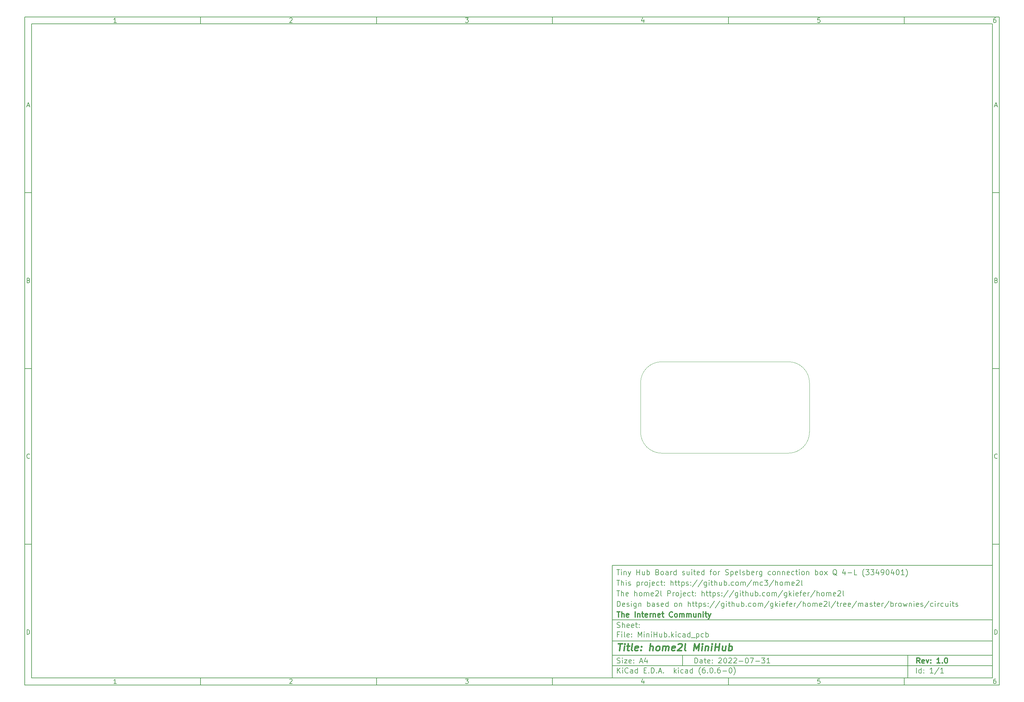
<source format=gbr>
%TF.GenerationSoftware,KiCad,Pcbnew,(6.0.6-0)*%
%TF.CreationDate,2022-08-03T19:33:51+02:00*%
%TF.ProjectId,MiniHub,4d696e69-4875-4622-9e6b-696361645f70,1.0*%
%TF.SameCoordinates,Original*%
%TF.FileFunction,Profile,NP*%
%FSLAX46Y46*%
G04 Gerber Fmt 4.6, Leading zero omitted, Abs format (unit mm)*
G04 Created by KiCad (PCBNEW (6.0.6-0)) date 2022-08-03 19:33:51*
%MOMM*%
%LPD*%
G01*
G04 APERTURE LIST*
%ADD10C,0.100000*%
%ADD11C,0.150000*%
%ADD12C,0.300000*%
%ADD13C,0.400000*%
%TA.AperFunction,Profile*%
%ADD14C,0.100000*%
%TD*%
G04 APERTURE END LIST*
D10*
D11*
X177002200Y-166007200D02*
X177002200Y-198007200D01*
X285002200Y-198007200D01*
X285002200Y-166007200D01*
X177002200Y-166007200D01*
D10*
D11*
X10000000Y-10000000D02*
X10000000Y-200007200D01*
X287002200Y-200007200D01*
X287002200Y-10000000D01*
X10000000Y-10000000D01*
D10*
D11*
X12000000Y-12000000D02*
X12000000Y-198007200D01*
X285002200Y-198007200D01*
X285002200Y-12000000D01*
X12000000Y-12000000D01*
D10*
D11*
X60000000Y-12000000D02*
X60000000Y-10000000D01*
D10*
D11*
X110000000Y-12000000D02*
X110000000Y-10000000D01*
D10*
D11*
X160000000Y-12000000D02*
X160000000Y-10000000D01*
D10*
D11*
X210000000Y-12000000D02*
X210000000Y-10000000D01*
D10*
D11*
X260000000Y-12000000D02*
X260000000Y-10000000D01*
D10*
D11*
X36065476Y-11588095D02*
X35322619Y-11588095D01*
X35694047Y-11588095D02*
X35694047Y-10288095D01*
X35570238Y-10473809D01*
X35446428Y-10597619D01*
X35322619Y-10659523D01*
D10*
D11*
X85322619Y-10411904D02*
X85384523Y-10350000D01*
X85508333Y-10288095D01*
X85817857Y-10288095D01*
X85941666Y-10350000D01*
X86003571Y-10411904D01*
X86065476Y-10535714D01*
X86065476Y-10659523D01*
X86003571Y-10845238D01*
X85260714Y-11588095D01*
X86065476Y-11588095D01*
D10*
D11*
X135260714Y-10288095D02*
X136065476Y-10288095D01*
X135632142Y-10783333D01*
X135817857Y-10783333D01*
X135941666Y-10845238D01*
X136003571Y-10907142D01*
X136065476Y-11030952D01*
X136065476Y-11340476D01*
X136003571Y-11464285D01*
X135941666Y-11526190D01*
X135817857Y-11588095D01*
X135446428Y-11588095D01*
X135322619Y-11526190D01*
X135260714Y-11464285D01*
D10*
D11*
X185941666Y-10721428D02*
X185941666Y-11588095D01*
X185632142Y-10226190D02*
X185322619Y-11154761D01*
X186127380Y-11154761D01*
D10*
D11*
X236003571Y-10288095D02*
X235384523Y-10288095D01*
X235322619Y-10907142D01*
X235384523Y-10845238D01*
X235508333Y-10783333D01*
X235817857Y-10783333D01*
X235941666Y-10845238D01*
X236003571Y-10907142D01*
X236065476Y-11030952D01*
X236065476Y-11340476D01*
X236003571Y-11464285D01*
X235941666Y-11526190D01*
X235817857Y-11588095D01*
X235508333Y-11588095D01*
X235384523Y-11526190D01*
X235322619Y-11464285D01*
D10*
D11*
X285941666Y-10288095D02*
X285694047Y-10288095D01*
X285570238Y-10350000D01*
X285508333Y-10411904D01*
X285384523Y-10597619D01*
X285322619Y-10845238D01*
X285322619Y-11340476D01*
X285384523Y-11464285D01*
X285446428Y-11526190D01*
X285570238Y-11588095D01*
X285817857Y-11588095D01*
X285941666Y-11526190D01*
X286003571Y-11464285D01*
X286065476Y-11340476D01*
X286065476Y-11030952D01*
X286003571Y-10907142D01*
X285941666Y-10845238D01*
X285817857Y-10783333D01*
X285570238Y-10783333D01*
X285446428Y-10845238D01*
X285384523Y-10907142D01*
X285322619Y-11030952D01*
D10*
D11*
X60000000Y-198007200D02*
X60000000Y-200007200D01*
D10*
D11*
X110000000Y-198007200D02*
X110000000Y-200007200D01*
D10*
D11*
X160000000Y-198007200D02*
X160000000Y-200007200D01*
D10*
D11*
X210000000Y-198007200D02*
X210000000Y-200007200D01*
D10*
D11*
X260000000Y-198007200D02*
X260000000Y-200007200D01*
D10*
D11*
X36065476Y-199595295D02*
X35322619Y-199595295D01*
X35694047Y-199595295D02*
X35694047Y-198295295D01*
X35570238Y-198481009D01*
X35446428Y-198604819D01*
X35322619Y-198666723D01*
D10*
D11*
X85322619Y-198419104D02*
X85384523Y-198357200D01*
X85508333Y-198295295D01*
X85817857Y-198295295D01*
X85941666Y-198357200D01*
X86003571Y-198419104D01*
X86065476Y-198542914D01*
X86065476Y-198666723D01*
X86003571Y-198852438D01*
X85260714Y-199595295D01*
X86065476Y-199595295D01*
D10*
D11*
X135260714Y-198295295D02*
X136065476Y-198295295D01*
X135632142Y-198790533D01*
X135817857Y-198790533D01*
X135941666Y-198852438D01*
X136003571Y-198914342D01*
X136065476Y-199038152D01*
X136065476Y-199347676D01*
X136003571Y-199471485D01*
X135941666Y-199533390D01*
X135817857Y-199595295D01*
X135446428Y-199595295D01*
X135322619Y-199533390D01*
X135260714Y-199471485D01*
D10*
D11*
X185941666Y-198728628D02*
X185941666Y-199595295D01*
X185632142Y-198233390D02*
X185322619Y-199161961D01*
X186127380Y-199161961D01*
D10*
D11*
X236003571Y-198295295D02*
X235384523Y-198295295D01*
X235322619Y-198914342D01*
X235384523Y-198852438D01*
X235508333Y-198790533D01*
X235817857Y-198790533D01*
X235941666Y-198852438D01*
X236003571Y-198914342D01*
X236065476Y-199038152D01*
X236065476Y-199347676D01*
X236003571Y-199471485D01*
X235941666Y-199533390D01*
X235817857Y-199595295D01*
X235508333Y-199595295D01*
X235384523Y-199533390D01*
X235322619Y-199471485D01*
D10*
D11*
X285941666Y-198295295D02*
X285694047Y-198295295D01*
X285570238Y-198357200D01*
X285508333Y-198419104D01*
X285384523Y-198604819D01*
X285322619Y-198852438D01*
X285322619Y-199347676D01*
X285384523Y-199471485D01*
X285446428Y-199533390D01*
X285570238Y-199595295D01*
X285817857Y-199595295D01*
X285941666Y-199533390D01*
X286003571Y-199471485D01*
X286065476Y-199347676D01*
X286065476Y-199038152D01*
X286003571Y-198914342D01*
X285941666Y-198852438D01*
X285817857Y-198790533D01*
X285570238Y-198790533D01*
X285446428Y-198852438D01*
X285384523Y-198914342D01*
X285322619Y-199038152D01*
D10*
D11*
X10000000Y-60000000D02*
X12000000Y-60000000D01*
D10*
D11*
X10000000Y-110000000D02*
X12000000Y-110000000D01*
D10*
D11*
X10000000Y-160000000D02*
X12000000Y-160000000D01*
D10*
D11*
X10690476Y-35216666D02*
X11309523Y-35216666D01*
X10566666Y-35588095D02*
X11000000Y-34288095D01*
X11433333Y-35588095D01*
D10*
D11*
X11092857Y-84907142D02*
X11278571Y-84969047D01*
X11340476Y-85030952D01*
X11402380Y-85154761D01*
X11402380Y-85340476D01*
X11340476Y-85464285D01*
X11278571Y-85526190D01*
X11154761Y-85588095D01*
X10659523Y-85588095D01*
X10659523Y-84288095D01*
X11092857Y-84288095D01*
X11216666Y-84350000D01*
X11278571Y-84411904D01*
X11340476Y-84535714D01*
X11340476Y-84659523D01*
X11278571Y-84783333D01*
X11216666Y-84845238D01*
X11092857Y-84907142D01*
X10659523Y-84907142D01*
D10*
D11*
X11402380Y-135464285D02*
X11340476Y-135526190D01*
X11154761Y-135588095D01*
X11030952Y-135588095D01*
X10845238Y-135526190D01*
X10721428Y-135402380D01*
X10659523Y-135278571D01*
X10597619Y-135030952D01*
X10597619Y-134845238D01*
X10659523Y-134597619D01*
X10721428Y-134473809D01*
X10845238Y-134350000D01*
X11030952Y-134288095D01*
X11154761Y-134288095D01*
X11340476Y-134350000D01*
X11402380Y-134411904D01*
D10*
D11*
X10659523Y-185588095D02*
X10659523Y-184288095D01*
X10969047Y-184288095D01*
X11154761Y-184350000D01*
X11278571Y-184473809D01*
X11340476Y-184597619D01*
X11402380Y-184845238D01*
X11402380Y-185030952D01*
X11340476Y-185278571D01*
X11278571Y-185402380D01*
X11154761Y-185526190D01*
X10969047Y-185588095D01*
X10659523Y-185588095D01*
D10*
D11*
X287002200Y-60000000D02*
X285002200Y-60000000D01*
D10*
D11*
X287002200Y-110000000D02*
X285002200Y-110000000D01*
D10*
D11*
X287002200Y-160000000D02*
X285002200Y-160000000D01*
D10*
D11*
X285692676Y-35216666D02*
X286311723Y-35216666D01*
X285568866Y-35588095D02*
X286002200Y-34288095D01*
X286435533Y-35588095D01*
D10*
D11*
X286095057Y-84907142D02*
X286280771Y-84969047D01*
X286342676Y-85030952D01*
X286404580Y-85154761D01*
X286404580Y-85340476D01*
X286342676Y-85464285D01*
X286280771Y-85526190D01*
X286156961Y-85588095D01*
X285661723Y-85588095D01*
X285661723Y-84288095D01*
X286095057Y-84288095D01*
X286218866Y-84350000D01*
X286280771Y-84411904D01*
X286342676Y-84535714D01*
X286342676Y-84659523D01*
X286280771Y-84783333D01*
X286218866Y-84845238D01*
X286095057Y-84907142D01*
X285661723Y-84907142D01*
D10*
D11*
X286404580Y-135464285D02*
X286342676Y-135526190D01*
X286156961Y-135588095D01*
X286033152Y-135588095D01*
X285847438Y-135526190D01*
X285723628Y-135402380D01*
X285661723Y-135278571D01*
X285599819Y-135030952D01*
X285599819Y-134845238D01*
X285661723Y-134597619D01*
X285723628Y-134473809D01*
X285847438Y-134350000D01*
X286033152Y-134288095D01*
X286156961Y-134288095D01*
X286342676Y-134350000D01*
X286404580Y-134411904D01*
D10*
D11*
X285661723Y-185588095D02*
X285661723Y-184288095D01*
X285971247Y-184288095D01*
X286156961Y-184350000D01*
X286280771Y-184473809D01*
X286342676Y-184597619D01*
X286404580Y-184845238D01*
X286404580Y-185030952D01*
X286342676Y-185278571D01*
X286280771Y-185402380D01*
X286156961Y-185526190D01*
X285971247Y-185588095D01*
X285661723Y-185588095D01*
D10*
D11*
X200434342Y-193785771D02*
X200434342Y-192285771D01*
X200791485Y-192285771D01*
X201005771Y-192357200D01*
X201148628Y-192500057D01*
X201220057Y-192642914D01*
X201291485Y-192928628D01*
X201291485Y-193142914D01*
X201220057Y-193428628D01*
X201148628Y-193571485D01*
X201005771Y-193714342D01*
X200791485Y-193785771D01*
X200434342Y-193785771D01*
X202577200Y-193785771D02*
X202577200Y-193000057D01*
X202505771Y-192857200D01*
X202362914Y-192785771D01*
X202077200Y-192785771D01*
X201934342Y-192857200D01*
X202577200Y-193714342D02*
X202434342Y-193785771D01*
X202077200Y-193785771D01*
X201934342Y-193714342D01*
X201862914Y-193571485D01*
X201862914Y-193428628D01*
X201934342Y-193285771D01*
X202077200Y-193214342D01*
X202434342Y-193214342D01*
X202577200Y-193142914D01*
X203077200Y-192785771D02*
X203648628Y-192785771D01*
X203291485Y-192285771D02*
X203291485Y-193571485D01*
X203362914Y-193714342D01*
X203505771Y-193785771D01*
X203648628Y-193785771D01*
X204720057Y-193714342D02*
X204577200Y-193785771D01*
X204291485Y-193785771D01*
X204148628Y-193714342D01*
X204077200Y-193571485D01*
X204077200Y-193000057D01*
X204148628Y-192857200D01*
X204291485Y-192785771D01*
X204577200Y-192785771D01*
X204720057Y-192857200D01*
X204791485Y-193000057D01*
X204791485Y-193142914D01*
X204077200Y-193285771D01*
X205434342Y-193642914D02*
X205505771Y-193714342D01*
X205434342Y-193785771D01*
X205362914Y-193714342D01*
X205434342Y-193642914D01*
X205434342Y-193785771D01*
X205434342Y-192857200D02*
X205505771Y-192928628D01*
X205434342Y-193000057D01*
X205362914Y-192928628D01*
X205434342Y-192857200D01*
X205434342Y-193000057D01*
X207220057Y-192428628D02*
X207291485Y-192357200D01*
X207434342Y-192285771D01*
X207791485Y-192285771D01*
X207934342Y-192357200D01*
X208005771Y-192428628D01*
X208077200Y-192571485D01*
X208077200Y-192714342D01*
X208005771Y-192928628D01*
X207148628Y-193785771D01*
X208077200Y-193785771D01*
X209005771Y-192285771D02*
X209148628Y-192285771D01*
X209291485Y-192357200D01*
X209362914Y-192428628D01*
X209434342Y-192571485D01*
X209505771Y-192857200D01*
X209505771Y-193214342D01*
X209434342Y-193500057D01*
X209362914Y-193642914D01*
X209291485Y-193714342D01*
X209148628Y-193785771D01*
X209005771Y-193785771D01*
X208862914Y-193714342D01*
X208791485Y-193642914D01*
X208720057Y-193500057D01*
X208648628Y-193214342D01*
X208648628Y-192857200D01*
X208720057Y-192571485D01*
X208791485Y-192428628D01*
X208862914Y-192357200D01*
X209005771Y-192285771D01*
X210077200Y-192428628D02*
X210148628Y-192357200D01*
X210291485Y-192285771D01*
X210648628Y-192285771D01*
X210791485Y-192357200D01*
X210862914Y-192428628D01*
X210934342Y-192571485D01*
X210934342Y-192714342D01*
X210862914Y-192928628D01*
X210005771Y-193785771D01*
X210934342Y-193785771D01*
X211505771Y-192428628D02*
X211577200Y-192357200D01*
X211720057Y-192285771D01*
X212077200Y-192285771D01*
X212220057Y-192357200D01*
X212291485Y-192428628D01*
X212362914Y-192571485D01*
X212362914Y-192714342D01*
X212291485Y-192928628D01*
X211434342Y-193785771D01*
X212362914Y-193785771D01*
X213005771Y-193214342D02*
X214148628Y-193214342D01*
X215148628Y-192285771D02*
X215291485Y-192285771D01*
X215434342Y-192357200D01*
X215505771Y-192428628D01*
X215577200Y-192571485D01*
X215648628Y-192857200D01*
X215648628Y-193214342D01*
X215577200Y-193500057D01*
X215505771Y-193642914D01*
X215434342Y-193714342D01*
X215291485Y-193785771D01*
X215148628Y-193785771D01*
X215005771Y-193714342D01*
X214934342Y-193642914D01*
X214862914Y-193500057D01*
X214791485Y-193214342D01*
X214791485Y-192857200D01*
X214862914Y-192571485D01*
X214934342Y-192428628D01*
X215005771Y-192357200D01*
X215148628Y-192285771D01*
X216148628Y-192285771D02*
X217148628Y-192285771D01*
X216505771Y-193785771D01*
X217720057Y-193214342D02*
X218862914Y-193214342D01*
X219434342Y-192285771D02*
X220362914Y-192285771D01*
X219862914Y-192857200D01*
X220077200Y-192857200D01*
X220220057Y-192928628D01*
X220291485Y-193000057D01*
X220362914Y-193142914D01*
X220362914Y-193500057D01*
X220291485Y-193642914D01*
X220220057Y-193714342D01*
X220077200Y-193785771D01*
X219648628Y-193785771D01*
X219505771Y-193714342D01*
X219434342Y-193642914D01*
X221791485Y-193785771D02*
X220934342Y-193785771D01*
X221362914Y-193785771D02*
X221362914Y-192285771D01*
X221220057Y-192500057D01*
X221077200Y-192642914D01*
X220934342Y-192714342D01*
D10*
D11*
X177002200Y-194507200D02*
X285002200Y-194507200D01*
D10*
D11*
X178434342Y-196585771D02*
X178434342Y-195085771D01*
X179291485Y-196585771D02*
X178648628Y-195728628D01*
X179291485Y-195085771D02*
X178434342Y-195942914D01*
X179934342Y-196585771D02*
X179934342Y-195585771D01*
X179934342Y-195085771D02*
X179862914Y-195157200D01*
X179934342Y-195228628D01*
X180005771Y-195157200D01*
X179934342Y-195085771D01*
X179934342Y-195228628D01*
X181505771Y-196442914D02*
X181434342Y-196514342D01*
X181220057Y-196585771D01*
X181077200Y-196585771D01*
X180862914Y-196514342D01*
X180720057Y-196371485D01*
X180648628Y-196228628D01*
X180577200Y-195942914D01*
X180577200Y-195728628D01*
X180648628Y-195442914D01*
X180720057Y-195300057D01*
X180862914Y-195157200D01*
X181077200Y-195085771D01*
X181220057Y-195085771D01*
X181434342Y-195157200D01*
X181505771Y-195228628D01*
X182791485Y-196585771D02*
X182791485Y-195800057D01*
X182720057Y-195657200D01*
X182577200Y-195585771D01*
X182291485Y-195585771D01*
X182148628Y-195657200D01*
X182791485Y-196514342D02*
X182648628Y-196585771D01*
X182291485Y-196585771D01*
X182148628Y-196514342D01*
X182077200Y-196371485D01*
X182077200Y-196228628D01*
X182148628Y-196085771D01*
X182291485Y-196014342D01*
X182648628Y-196014342D01*
X182791485Y-195942914D01*
X184148628Y-196585771D02*
X184148628Y-195085771D01*
X184148628Y-196514342D02*
X184005771Y-196585771D01*
X183720057Y-196585771D01*
X183577200Y-196514342D01*
X183505771Y-196442914D01*
X183434342Y-196300057D01*
X183434342Y-195871485D01*
X183505771Y-195728628D01*
X183577200Y-195657200D01*
X183720057Y-195585771D01*
X184005771Y-195585771D01*
X184148628Y-195657200D01*
X186005771Y-195800057D02*
X186505771Y-195800057D01*
X186720057Y-196585771D02*
X186005771Y-196585771D01*
X186005771Y-195085771D01*
X186720057Y-195085771D01*
X187362914Y-196442914D02*
X187434342Y-196514342D01*
X187362914Y-196585771D01*
X187291485Y-196514342D01*
X187362914Y-196442914D01*
X187362914Y-196585771D01*
X188077200Y-196585771D02*
X188077200Y-195085771D01*
X188434342Y-195085771D01*
X188648628Y-195157200D01*
X188791485Y-195300057D01*
X188862914Y-195442914D01*
X188934342Y-195728628D01*
X188934342Y-195942914D01*
X188862914Y-196228628D01*
X188791485Y-196371485D01*
X188648628Y-196514342D01*
X188434342Y-196585771D01*
X188077200Y-196585771D01*
X189577200Y-196442914D02*
X189648628Y-196514342D01*
X189577200Y-196585771D01*
X189505771Y-196514342D01*
X189577200Y-196442914D01*
X189577200Y-196585771D01*
X190220057Y-196157200D02*
X190934342Y-196157200D01*
X190077200Y-196585771D02*
X190577200Y-195085771D01*
X191077200Y-196585771D01*
X191577200Y-196442914D02*
X191648628Y-196514342D01*
X191577200Y-196585771D01*
X191505771Y-196514342D01*
X191577200Y-196442914D01*
X191577200Y-196585771D01*
X194577200Y-196585771D02*
X194577200Y-195085771D01*
X194720057Y-196014342D02*
X195148628Y-196585771D01*
X195148628Y-195585771D02*
X194577200Y-196157200D01*
X195791485Y-196585771D02*
X195791485Y-195585771D01*
X195791485Y-195085771D02*
X195720057Y-195157200D01*
X195791485Y-195228628D01*
X195862914Y-195157200D01*
X195791485Y-195085771D01*
X195791485Y-195228628D01*
X197148628Y-196514342D02*
X197005771Y-196585771D01*
X196720057Y-196585771D01*
X196577200Y-196514342D01*
X196505771Y-196442914D01*
X196434342Y-196300057D01*
X196434342Y-195871485D01*
X196505771Y-195728628D01*
X196577200Y-195657200D01*
X196720057Y-195585771D01*
X197005771Y-195585771D01*
X197148628Y-195657200D01*
X198434342Y-196585771D02*
X198434342Y-195800057D01*
X198362914Y-195657200D01*
X198220057Y-195585771D01*
X197934342Y-195585771D01*
X197791485Y-195657200D01*
X198434342Y-196514342D02*
X198291485Y-196585771D01*
X197934342Y-196585771D01*
X197791485Y-196514342D01*
X197720057Y-196371485D01*
X197720057Y-196228628D01*
X197791485Y-196085771D01*
X197934342Y-196014342D01*
X198291485Y-196014342D01*
X198434342Y-195942914D01*
X199791485Y-196585771D02*
X199791485Y-195085771D01*
X199791485Y-196514342D02*
X199648628Y-196585771D01*
X199362914Y-196585771D01*
X199220057Y-196514342D01*
X199148628Y-196442914D01*
X199077200Y-196300057D01*
X199077200Y-195871485D01*
X199148628Y-195728628D01*
X199220057Y-195657200D01*
X199362914Y-195585771D01*
X199648628Y-195585771D01*
X199791485Y-195657200D01*
X202077200Y-197157200D02*
X202005771Y-197085771D01*
X201862914Y-196871485D01*
X201791485Y-196728628D01*
X201720057Y-196514342D01*
X201648628Y-196157200D01*
X201648628Y-195871485D01*
X201720057Y-195514342D01*
X201791485Y-195300057D01*
X201862914Y-195157200D01*
X202005771Y-194942914D01*
X202077200Y-194871485D01*
X203291485Y-195085771D02*
X203005771Y-195085771D01*
X202862914Y-195157200D01*
X202791485Y-195228628D01*
X202648628Y-195442914D01*
X202577200Y-195728628D01*
X202577200Y-196300057D01*
X202648628Y-196442914D01*
X202720057Y-196514342D01*
X202862914Y-196585771D01*
X203148628Y-196585771D01*
X203291485Y-196514342D01*
X203362914Y-196442914D01*
X203434342Y-196300057D01*
X203434342Y-195942914D01*
X203362914Y-195800057D01*
X203291485Y-195728628D01*
X203148628Y-195657200D01*
X202862914Y-195657200D01*
X202720057Y-195728628D01*
X202648628Y-195800057D01*
X202577200Y-195942914D01*
X204077200Y-196442914D02*
X204148628Y-196514342D01*
X204077200Y-196585771D01*
X204005771Y-196514342D01*
X204077200Y-196442914D01*
X204077200Y-196585771D01*
X205077200Y-195085771D02*
X205220057Y-195085771D01*
X205362914Y-195157200D01*
X205434342Y-195228628D01*
X205505771Y-195371485D01*
X205577200Y-195657200D01*
X205577200Y-196014342D01*
X205505771Y-196300057D01*
X205434342Y-196442914D01*
X205362914Y-196514342D01*
X205220057Y-196585771D01*
X205077200Y-196585771D01*
X204934342Y-196514342D01*
X204862914Y-196442914D01*
X204791485Y-196300057D01*
X204720057Y-196014342D01*
X204720057Y-195657200D01*
X204791485Y-195371485D01*
X204862914Y-195228628D01*
X204934342Y-195157200D01*
X205077200Y-195085771D01*
X206220057Y-196442914D02*
X206291485Y-196514342D01*
X206220057Y-196585771D01*
X206148628Y-196514342D01*
X206220057Y-196442914D01*
X206220057Y-196585771D01*
X207577200Y-195085771D02*
X207291485Y-195085771D01*
X207148628Y-195157200D01*
X207077200Y-195228628D01*
X206934342Y-195442914D01*
X206862914Y-195728628D01*
X206862914Y-196300057D01*
X206934342Y-196442914D01*
X207005771Y-196514342D01*
X207148628Y-196585771D01*
X207434342Y-196585771D01*
X207577200Y-196514342D01*
X207648628Y-196442914D01*
X207720057Y-196300057D01*
X207720057Y-195942914D01*
X207648628Y-195800057D01*
X207577200Y-195728628D01*
X207434342Y-195657200D01*
X207148628Y-195657200D01*
X207005771Y-195728628D01*
X206934342Y-195800057D01*
X206862914Y-195942914D01*
X208362914Y-196014342D02*
X209505771Y-196014342D01*
X210505771Y-195085771D02*
X210648628Y-195085771D01*
X210791485Y-195157200D01*
X210862914Y-195228628D01*
X210934342Y-195371485D01*
X211005771Y-195657200D01*
X211005771Y-196014342D01*
X210934342Y-196300057D01*
X210862914Y-196442914D01*
X210791485Y-196514342D01*
X210648628Y-196585771D01*
X210505771Y-196585771D01*
X210362914Y-196514342D01*
X210291485Y-196442914D01*
X210220057Y-196300057D01*
X210148628Y-196014342D01*
X210148628Y-195657200D01*
X210220057Y-195371485D01*
X210291485Y-195228628D01*
X210362914Y-195157200D01*
X210505771Y-195085771D01*
X211505771Y-197157200D02*
X211577200Y-197085771D01*
X211720057Y-196871485D01*
X211791485Y-196728628D01*
X211862914Y-196514342D01*
X211934342Y-196157200D01*
X211934342Y-195871485D01*
X211862914Y-195514342D01*
X211791485Y-195300057D01*
X211720057Y-195157200D01*
X211577200Y-194942914D01*
X211505771Y-194871485D01*
D10*
D11*
X177002200Y-191507200D02*
X285002200Y-191507200D01*
D10*
D12*
X264411485Y-193785771D02*
X263911485Y-193071485D01*
X263554342Y-193785771D02*
X263554342Y-192285771D01*
X264125771Y-192285771D01*
X264268628Y-192357200D01*
X264340057Y-192428628D01*
X264411485Y-192571485D01*
X264411485Y-192785771D01*
X264340057Y-192928628D01*
X264268628Y-193000057D01*
X264125771Y-193071485D01*
X263554342Y-193071485D01*
X265625771Y-193714342D02*
X265482914Y-193785771D01*
X265197200Y-193785771D01*
X265054342Y-193714342D01*
X264982914Y-193571485D01*
X264982914Y-193000057D01*
X265054342Y-192857200D01*
X265197200Y-192785771D01*
X265482914Y-192785771D01*
X265625771Y-192857200D01*
X265697200Y-193000057D01*
X265697200Y-193142914D01*
X264982914Y-193285771D01*
X266197200Y-192785771D02*
X266554342Y-193785771D01*
X266911485Y-192785771D01*
X267482914Y-193642914D02*
X267554342Y-193714342D01*
X267482914Y-193785771D01*
X267411485Y-193714342D01*
X267482914Y-193642914D01*
X267482914Y-193785771D01*
X267482914Y-192857200D02*
X267554342Y-192928628D01*
X267482914Y-193000057D01*
X267411485Y-192928628D01*
X267482914Y-192857200D01*
X267482914Y-193000057D01*
X270125771Y-193785771D02*
X269268628Y-193785771D01*
X269697200Y-193785771D02*
X269697200Y-192285771D01*
X269554342Y-192500057D01*
X269411485Y-192642914D01*
X269268628Y-192714342D01*
X270768628Y-193642914D02*
X270840057Y-193714342D01*
X270768628Y-193785771D01*
X270697200Y-193714342D01*
X270768628Y-193642914D01*
X270768628Y-193785771D01*
X271768628Y-192285771D02*
X271911485Y-192285771D01*
X272054342Y-192357200D01*
X272125771Y-192428628D01*
X272197200Y-192571485D01*
X272268628Y-192857200D01*
X272268628Y-193214342D01*
X272197200Y-193500057D01*
X272125771Y-193642914D01*
X272054342Y-193714342D01*
X271911485Y-193785771D01*
X271768628Y-193785771D01*
X271625771Y-193714342D01*
X271554342Y-193642914D01*
X271482914Y-193500057D01*
X271411485Y-193214342D01*
X271411485Y-192857200D01*
X271482914Y-192571485D01*
X271554342Y-192428628D01*
X271625771Y-192357200D01*
X271768628Y-192285771D01*
D10*
D11*
X178362914Y-193714342D02*
X178577200Y-193785771D01*
X178934342Y-193785771D01*
X179077200Y-193714342D01*
X179148628Y-193642914D01*
X179220057Y-193500057D01*
X179220057Y-193357200D01*
X179148628Y-193214342D01*
X179077200Y-193142914D01*
X178934342Y-193071485D01*
X178648628Y-193000057D01*
X178505771Y-192928628D01*
X178434342Y-192857200D01*
X178362914Y-192714342D01*
X178362914Y-192571485D01*
X178434342Y-192428628D01*
X178505771Y-192357200D01*
X178648628Y-192285771D01*
X179005771Y-192285771D01*
X179220057Y-192357200D01*
X179862914Y-193785771D02*
X179862914Y-192785771D01*
X179862914Y-192285771D02*
X179791485Y-192357200D01*
X179862914Y-192428628D01*
X179934342Y-192357200D01*
X179862914Y-192285771D01*
X179862914Y-192428628D01*
X180434342Y-192785771D02*
X181220057Y-192785771D01*
X180434342Y-193785771D01*
X181220057Y-193785771D01*
X182362914Y-193714342D02*
X182220057Y-193785771D01*
X181934342Y-193785771D01*
X181791485Y-193714342D01*
X181720057Y-193571485D01*
X181720057Y-193000057D01*
X181791485Y-192857200D01*
X181934342Y-192785771D01*
X182220057Y-192785771D01*
X182362914Y-192857200D01*
X182434342Y-193000057D01*
X182434342Y-193142914D01*
X181720057Y-193285771D01*
X183077200Y-193642914D02*
X183148628Y-193714342D01*
X183077200Y-193785771D01*
X183005771Y-193714342D01*
X183077200Y-193642914D01*
X183077200Y-193785771D01*
X183077200Y-192857200D02*
X183148628Y-192928628D01*
X183077200Y-193000057D01*
X183005771Y-192928628D01*
X183077200Y-192857200D01*
X183077200Y-193000057D01*
X184862914Y-193357200D02*
X185577200Y-193357200D01*
X184720057Y-193785771D02*
X185220057Y-192285771D01*
X185720057Y-193785771D01*
X186862914Y-192785771D02*
X186862914Y-193785771D01*
X186505771Y-192214342D02*
X186148628Y-193285771D01*
X187077200Y-193285771D01*
D10*
D11*
X263434342Y-196585771D02*
X263434342Y-195085771D01*
X264791485Y-196585771D02*
X264791485Y-195085771D01*
X264791485Y-196514342D02*
X264648628Y-196585771D01*
X264362914Y-196585771D01*
X264220057Y-196514342D01*
X264148628Y-196442914D01*
X264077200Y-196300057D01*
X264077200Y-195871485D01*
X264148628Y-195728628D01*
X264220057Y-195657200D01*
X264362914Y-195585771D01*
X264648628Y-195585771D01*
X264791485Y-195657200D01*
X265505771Y-196442914D02*
X265577200Y-196514342D01*
X265505771Y-196585771D01*
X265434342Y-196514342D01*
X265505771Y-196442914D01*
X265505771Y-196585771D01*
X265505771Y-195657200D02*
X265577200Y-195728628D01*
X265505771Y-195800057D01*
X265434342Y-195728628D01*
X265505771Y-195657200D01*
X265505771Y-195800057D01*
X268148628Y-196585771D02*
X267291485Y-196585771D01*
X267720057Y-196585771D02*
X267720057Y-195085771D01*
X267577200Y-195300057D01*
X267434342Y-195442914D01*
X267291485Y-195514342D01*
X269862914Y-195014342D02*
X268577200Y-196942914D01*
X271148628Y-196585771D02*
X270291485Y-196585771D01*
X270720057Y-196585771D02*
X270720057Y-195085771D01*
X270577200Y-195300057D01*
X270434342Y-195442914D01*
X270291485Y-195514342D01*
D10*
D11*
X177002200Y-187507200D02*
X285002200Y-187507200D01*
D10*
D13*
X178714580Y-188211961D02*
X179857438Y-188211961D01*
X179036009Y-190211961D02*
X179286009Y-188211961D01*
X180274104Y-190211961D02*
X180440771Y-188878628D01*
X180524104Y-188211961D02*
X180416961Y-188307200D01*
X180500295Y-188402438D01*
X180607438Y-188307200D01*
X180524104Y-188211961D01*
X180500295Y-188402438D01*
X181107438Y-188878628D02*
X181869342Y-188878628D01*
X181476485Y-188211961D02*
X181262200Y-189926247D01*
X181333628Y-190116723D01*
X181512200Y-190211961D01*
X181702676Y-190211961D01*
X182655057Y-190211961D02*
X182476485Y-190116723D01*
X182405057Y-189926247D01*
X182619342Y-188211961D01*
X184190771Y-190116723D02*
X183988390Y-190211961D01*
X183607438Y-190211961D01*
X183428866Y-190116723D01*
X183357438Y-189926247D01*
X183452676Y-189164342D01*
X183571723Y-188973866D01*
X183774104Y-188878628D01*
X184155057Y-188878628D01*
X184333628Y-188973866D01*
X184405057Y-189164342D01*
X184381247Y-189354819D01*
X183405057Y-189545295D01*
X185155057Y-190021485D02*
X185238390Y-190116723D01*
X185131247Y-190211961D01*
X185047914Y-190116723D01*
X185155057Y-190021485D01*
X185131247Y-190211961D01*
X185286009Y-188973866D02*
X185369342Y-189069104D01*
X185262200Y-189164342D01*
X185178866Y-189069104D01*
X185286009Y-188973866D01*
X185262200Y-189164342D01*
X187607438Y-190211961D02*
X187857438Y-188211961D01*
X188464580Y-190211961D02*
X188595533Y-189164342D01*
X188524104Y-188973866D01*
X188345533Y-188878628D01*
X188059819Y-188878628D01*
X187857438Y-188973866D01*
X187750295Y-189069104D01*
X189702676Y-190211961D02*
X189524104Y-190116723D01*
X189440771Y-190021485D01*
X189369342Y-189831009D01*
X189440771Y-189259580D01*
X189559819Y-189069104D01*
X189666961Y-188973866D01*
X189869342Y-188878628D01*
X190155057Y-188878628D01*
X190333628Y-188973866D01*
X190416961Y-189069104D01*
X190488390Y-189259580D01*
X190416961Y-189831009D01*
X190297914Y-190021485D01*
X190190771Y-190116723D01*
X189988390Y-190211961D01*
X189702676Y-190211961D01*
X191226485Y-190211961D02*
X191393152Y-188878628D01*
X191369342Y-189069104D02*
X191476485Y-188973866D01*
X191678866Y-188878628D01*
X191964580Y-188878628D01*
X192143152Y-188973866D01*
X192214580Y-189164342D01*
X192083628Y-190211961D01*
X192214580Y-189164342D02*
X192333628Y-188973866D01*
X192536009Y-188878628D01*
X192821723Y-188878628D01*
X193000295Y-188973866D01*
X193071723Y-189164342D01*
X192940771Y-190211961D01*
X194666961Y-190116723D02*
X194464580Y-190211961D01*
X194083628Y-190211961D01*
X193905057Y-190116723D01*
X193833628Y-189926247D01*
X193928866Y-189164342D01*
X194047914Y-188973866D01*
X194250295Y-188878628D01*
X194631247Y-188878628D01*
X194809819Y-188973866D01*
X194881247Y-189164342D01*
X194857438Y-189354819D01*
X193881247Y-189545295D01*
X195738390Y-188402438D02*
X195845533Y-188307200D01*
X196047914Y-188211961D01*
X196524104Y-188211961D01*
X196702676Y-188307200D01*
X196786009Y-188402438D01*
X196857438Y-188592914D01*
X196833628Y-188783390D01*
X196702676Y-189069104D01*
X195416961Y-190211961D01*
X196655057Y-190211961D01*
X197797914Y-190211961D02*
X197619342Y-190116723D01*
X197547914Y-189926247D01*
X197762200Y-188211961D01*
X200083628Y-190211961D02*
X200333628Y-188211961D01*
X200821723Y-189640533D01*
X201666961Y-188211961D01*
X201416961Y-190211961D01*
X202369342Y-190211961D02*
X202536009Y-188878628D01*
X202619342Y-188211961D02*
X202512200Y-188307200D01*
X202595533Y-188402438D01*
X202702676Y-188307200D01*
X202619342Y-188211961D01*
X202595533Y-188402438D01*
X203488390Y-188878628D02*
X203321723Y-190211961D01*
X203464580Y-189069104D02*
X203571723Y-188973866D01*
X203774104Y-188878628D01*
X204059819Y-188878628D01*
X204238390Y-188973866D01*
X204309819Y-189164342D01*
X204178866Y-190211961D01*
X205131247Y-190211961D02*
X205297914Y-188878628D01*
X205381247Y-188211961D02*
X205274104Y-188307200D01*
X205357438Y-188402438D01*
X205464580Y-188307200D01*
X205381247Y-188211961D01*
X205357438Y-188402438D01*
X206083628Y-190211961D02*
X206333628Y-188211961D01*
X206214580Y-189164342D02*
X207357438Y-189164342D01*
X207226485Y-190211961D02*
X207476485Y-188211961D01*
X209202676Y-188878628D02*
X209036009Y-190211961D01*
X208345533Y-188878628D02*
X208214580Y-189926247D01*
X208286009Y-190116723D01*
X208464580Y-190211961D01*
X208750295Y-190211961D01*
X208952676Y-190116723D01*
X209059819Y-190021485D01*
X209988390Y-190211961D02*
X210238390Y-188211961D01*
X210143152Y-188973866D02*
X210345533Y-188878628D01*
X210726485Y-188878628D01*
X210905057Y-188973866D01*
X210988390Y-189069104D01*
X211059819Y-189259580D01*
X210988390Y-189831009D01*
X210869342Y-190021485D01*
X210762200Y-190116723D01*
X210559819Y-190211961D01*
X210178866Y-190211961D01*
X210000295Y-190116723D01*
D10*
D11*
X178934342Y-185600057D02*
X178434342Y-185600057D01*
X178434342Y-186385771D02*
X178434342Y-184885771D01*
X179148628Y-184885771D01*
X179720057Y-186385771D02*
X179720057Y-185385771D01*
X179720057Y-184885771D02*
X179648628Y-184957200D01*
X179720057Y-185028628D01*
X179791485Y-184957200D01*
X179720057Y-184885771D01*
X179720057Y-185028628D01*
X180648628Y-186385771D02*
X180505771Y-186314342D01*
X180434342Y-186171485D01*
X180434342Y-184885771D01*
X181791485Y-186314342D02*
X181648628Y-186385771D01*
X181362914Y-186385771D01*
X181220057Y-186314342D01*
X181148628Y-186171485D01*
X181148628Y-185600057D01*
X181220057Y-185457200D01*
X181362914Y-185385771D01*
X181648628Y-185385771D01*
X181791485Y-185457200D01*
X181862914Y-185600057D01*
X181862914Y-185742914D01*
X181148628Y-185885771D01*
X182505771Y-186242914D02*
X182577200Y-186314342D01*
X182505771Y-186385771D01*
X182434342Y-186314342D01*
X182505771Y-186242914D01*
X182505771Y-186385771D01*
X182505771Y-185457200D02*
X182577200Y-185528628D01*
X182505771Y-185600057D01*
X182434342Y-185528628D01*
X182505771Y-185457200D01*
X182505771Y-185600057D01*
X184362914Y-186385771D02*
X184362914Y-184885771D01*
X184862914Y-185957200D01*
X185362914Y-184885771D01*
X185362914Y-186385771D01*
X186077200Y-186385771D02*
X186077200Y-185385771D01*
X186077200Y-184885771D02*
X186005771Y-184957200D01*
X186077200Y-185028628D01*
X186148628Y-184957200D01*
X186077200Y-184885771D01*
X186077200Y-185028628D01*
X186791485Y-185385771D02*
X186791485Y-186385771D01*
X186791485Y-185528628D02*
X186862914Y-185457200D01*
X187005771Y-185385771D01*
X187220057Y-185385771D01*
X187362914Y-185457200D01*
X187434342Y-185600057D01*
X187434342Y-186385771D01*
X188148628Y-186385771D02*
X188148628Y-185385771D01*
X188148628Y-184885771D02*
X188077200Y-184957200D01*
X188148628Y-185028628D01*
X188220057Y-184957200D01*
X188148628Y-184885771D01*
X188148628Y-185028628D01*
X188862914Y-186385771D02*
X188862914Y-184885771D01*
X188862914Y-185600057D02*
X189720057Y-185600057D01*
X189720057Y-186385771D02*
X189720057Y-184885771D01*
X191077200Y-185385771D02*
X191077200Y-186385771D01*
X190434342Y-185385771D02*
X190434342Y-186171485D01*
X190505771Y-186314342D01*
X190648628Y-186385771D01*
X190862914Y-186385771D01*
X191005771Y-186314342D01*
X191077200Y-186242914D01*
X191791485Y-186385771D02*
X191791485Y-184885771D01*
X191791485Y-185457200D02*
X191934342Y-185385771D01*
X192220057Y-185385771D01*
X192362914Y-185457200D01*
X192434342Y-185528628D01*
X192505771Y-185671485D01*
X192505771Y-186100057D01*
X192434342Y-186242914D01*
X192362914Y-186314342D01*
X192220057Y-186385771D01*
X191934342Y-186385771D01*
X191791485Y-186314342D01*
X193148628Y-186242914D02*
X193220057Y-186314342D01*
X193148628Y-186385771D01*
X193077200Y-186314342D01*
X193148628Y-186242914D01*
X193148628Y-186385771D01*
X193862914Y-186385771D02*
X193862914Y-184885771D01*
X194005771Y-185814342D02*
X194434342Y-186385771D01*
X194434342Y-185385771D02*
X193862914Y-185957200D01*
X195077200Y-186385771D02*
X195077200Y-185385771D01*
X195077200Y-184885771D02*
X195005771Y-184957200D01*
X195077200Y-185028628D01*
X195148628Y-184957200D01*
X195077200Y-184885771D01*
X195077200Y-185028628D01*
X196434342Y-186314342D02*
X196291485Y-186385771D01*
X196005771Y-186385771D01*
X195862914Y-186314342D01*
X195791485Y-186242914D01*
X195720057Y-186100057D01*
X195720057Y-185671485D01*
X195791485Y-185528628D01*
X195862914Y-185457200D01*
X196005771Y-185385771D01*
X196291485Y-185385771D01*
X196434342Y-185457200D01*
X197720057Y-186385771D02*
X197720057Y-185600057D01*
X197648628Y-185457200D01*
X197505771Y-185385771D01*
X197220057Y-185385771D01*
X197077200Y-185457200D01*
X197720057Y-186314342D02*
X197577200Y-186385771D01*
X197220057Y-186385771D01*
X197077200Y-186314342D01*
X197005771Y-186171485D01*
X197005771Y-186028628D01*
X197077200Y-185885771D01*
X197220057Y-185814342D01*
X197577200Y-185814342D01*
X197720057Y-185742914D01*
X199077200Y-186385771D02*
X199077200Y-184885771D01*
X199077200Y-186314342D02*
X198934342Y-186385771D01*
X198648628Y-186385771D01*
X198505771Y-186314342D01*
X198434342Y-186242914D01*
X198362914Y-186100057D01*
X198362914Y-185671485D01*
X198434342Y-185528628D01*
X198505771Y-185457200D01*
X198648628Y-185385771D01*
X198934342Y-185385771D01*
X199077200Y-185457200D01*
X199434342Y-186528628D02*
X200577200Y-186528628D01*
X200934342Y-185385771D02*
X200934342Y-186885771D01*
X200934342Y-185457200D02*
X201077200Y-185385771D01*
X201362914Y-185385771D01*
X201505771Y-185457200D01*
X201577200Y-185528628D01*
X201648628Y-185671485D01*
X201648628Y-186100057D01*
X201577200Y-186242914D01*
X201505771Y-186314342D01*
X201362914Y-186385771D01*
X201077200Y-186385771D01*
X200934342Y-186314342D01*
X202934342Y-186314342D02*
X202791485Y-186385771D01*
X202505771Y-186385771D01*
X202362914Y-186314342D01*
X202291485Y-186242914D01*
X202220057Y-186100057D01*
X202220057Y-185671485D01*
X202291485Y-185528628D01*
X202362914Y-185457200D01*
X202505771Y-185385771D01*
X202791485Y-185385771D01*
X202934342Y-185457200D01*
X203577200Y-186385771D02*
X203577200Y-184885771D01*
X203577200Y-185457200D02*
X203720057Y-185385771D01*
X204005771Y-185385771D01*
X204148628Y-185457200D01*
X204220057Y-185528628D01*
X204291485Y-185671485D01*
X204291485Y-186100057D01*
X204220057Y-186242914D01*
X204148628Y-186314342D01*
X204005771Y-186385771D01*
X203720057Y-186385771D01*
X203577200Y-186314342D01*
D10*
D11*
X177002200Y-181507200D02*
X285002200Y-181507200D01*
D10*
D11*
X178362914Y-183614342D02*
X178577200Y-183685771D01*
X178934342Y-183685771D01*
X179077200Y-183614342D01*
X179148628Y-183542914D01*
X179220057Y-183400057D01*
X179220057Y-183257200D01*
X179148628Y-183114342D01*
X179077200Y-183042914D01*
X178934342Y-182971485D01*
X178648628Y-182900057D01*
X178505771Y-182828628D01*
X178434342Y-182757200D01*
X178362914Y-182614342D01*
X178362914Y-182471485D01*
X178434342Y-182328628D01*
X178505771Y-182257200D01*
X178648628Y-182185771D01*
X179005771Y-182185771D01*
X179220057Y-182257200D01*
X179862914Y-183685771D02*
X179862914Y-182185771D01*
X180505771Y-183685771D02*
X180505771Y-182900057D01*
X180434342Y-182757200D01*
X180291485Y-182685771D01*
X180077200Y-182685771D01*
X179934342Y-182757200D01*
X179862914Y-182828628D01*
X181791485Y-183614342D02*
X181648628Y-183685771D01*
X181362914Y-183685771D01*
X181220057Y-183614342D01*
X181148628Y-183471485D01*
X181148628Y-182900057D01*
X181220057Y-182757200D01*
X181362914Y-182685771D01*
X181648628Y-182685771D01*
X181791485Y-182757200D01*
X181862914Y-182900057D01*
X181862914Y-183042914D01*
X181148628Y-183185771D01*
X183077200Y-183614342D02*
X182934342Y-183685771D01*
X182648628Y-183685771D01*
X182505771Y-183614342D01*
X182434342Y-183471485D01*
X182434342Y-182900057D01*
X182505771Y-182757200D01*
X182648628Y-182685771D01*
X182934342Y-182685771D01*
X183077200Y-182757200D01*
X183148628Y-182900057D01*
X183148628Y-183042914D01*
X182434342Y-183185771D01*
X183577200Y-182685771D02*
X184148628Y-182685771D01*
X183791485Y-182185771D02*
X183791485Y-183471485D01*
X183862914Y-183614342D01*
X184005771Y-183685771D01*
X184148628Y-183685771D01*
X184648628Y-183542914D02*
X184720057Y-183614342D01*
X184648628Y-183685771D01*
X184577200Y-183614342D01*
X184648628Y-183542914D01*
X184648628Y-183685771D01*
X184648628Y-182757200D02*
X184720057Y-182828628D01*
X184648628Y-182900057D01*
X184577200Y-182828628D01*
X184648628Y-182757200D01*
X184648628Y-182900057D01*
D10*
D12*
X178340057Y-179185771D02*
X179197200Y-179185771D01*
X178768628Y-180685771D02*
X178768628Y-179185771D01*
X179697200Y-180685771D02*
X179697200Y-179185771D01*
X180340057Y-180685771D02*
X180340057Y-179900057D01*
X180268628Y-179757200D01*
X180125771Y-179685771D01*
X179911485Y-179685771D01*
X179768628Y-179757200D01*
X179697200Y-179828628D01*
X181625771Y-180614342D02*
X181482914Y-180685771D01*
X181197200Y-180685771D01*
X181054342Y-180614342D01*
X180982914Y-180471485D01*
X180982914Y-179900057D01*
X181054342Y-179757200D01*
X181197200Y-179685771D01*
X181482914Y-179685771D01*
X181625771Y-179757200D01*
X181697200Y-179900057D01*
X181697200Y-180042914D01*
X180982914Y-180185771D01*
X183482914Y-180685771D02*
X183482914Y-179185771D01*
X184197200Y-179685771D02*
X184197200Y-180685771D01*
X184197200Y-179828628D02*
X184268628Y-179757200D01*
X184411485Y-179685771D01*
X184625771Y-179685771D01*
X184768628Y-179757200D01*
X184840057Y-179900057D01*
X184840057Y-180685771D01*
X185340057Y-179685771D02*
X185911485Y-179685771D01*
X185554342Y-179185771D02*
X185554342Y-180471485D01*
X185625771Y-180614342D01*
X185768628Y-180685771D01*
X185911485Y-180685771D01*
X186982914Y-180614342D02*
X186840057Y-180685771D01*
X186554342Y-180685771D01*
X186411485Y-180614342D01*
X186340057Y-180471485D01*
X186340057Y-179900057D01*
X186411485Y-179757200D01*
X186554342Y-179685771D01*
X186840057Y-179685771D01*
X186982914Y-179757200D01*
X187054342Y-179900057D01*
X187054342Y-180042914D01*
X186340057Y-180185771D01*
X187697200Y-180685771D02*
X187697200Y-179685771D01*
X187697200Y-179971485D02*
X187768628Y-179828628D01*
X187840057Y-179757200D01*
X187982914Y-179685771D01*
X188125771Y-179685771D01*
X188625771Y-179685771D02*
X188625771Y-180685771D01*
X188625771Y-179828628D02*
X188697200Y-179757200D01*
X188840057Y-179685771D01*
X189054342Y-179685771D01*
X189197200Y-179757200D01*
X189268628Y-179900057D01*
X189268628Y-180685771D01*
X190554342Y-180614342D02*
X190411485Y-180685771D01*
X190125771Y-180685771D01*
X189982914Y-180614342D01*
X189911485Y-180471485D01*
X189911485Y-179900057D01*
X189982914Y-179757200D01*
X190125771Y-179685771D01*
X190411485Y-179685771D01*
X190554342Y-179757200D01*
X190625771Y-179900057D01*
X190625771Y-180042914D01*
X189911485Y-180185771D01*
X191054342Y-179685771D02*
X191625771Y-179685771D01*
X191268628Y-179185771D02*
X191268628Y-180471485D01*
X191340057Y-180614342D01*
X191482914Y-180685771D01*
X191625771Y-180685771D01*
X194125771Y-180542914D02*
X194054342Y-180614342D01*
X193840057Y-180685771D01*
X193697200Y-180685771D01*
X193482914Y-180614342D01*
X193340057Y-180471485D01*
X193268628Y-180328628D01*
X193197200Y-180042914D01*
X193197200Y-179828628D01*
X193268628Y-179542914D01*
X193340057Y-179400057D01*
X193482914Y-179257200D01*
X193697200Y-179185771D01*
X193840057Y-179185771D01*
X194054342Y-179257200D01*
X194125771Y-179328628D01*
X194982914Y-180685771D02*
X194840057Y-180614342D01*
X194768628Y-180542914D01*
X194697200Y-180400057D01*
X194697200Y-179971485D01*
X194768628Y-179828628D01*
X194840057Y-179757200D01*
X194982914Y-179685771D01*
X195197200Y-179685771D01*
X195340057Y-179757200D01*
X195411485Y-179828628D01*
X195482914Y-179971485D01*
X195482914Y-180400057D01*
X195411485Y-180542914D01*
X195340057Y-180614342D01*
X195197200Y-180685771D01*
X194982914Y-180685771D01*
X196125771Y-180685771D02*
X196125771Y-179685771D01*
X196125771Y-179828628D02*
X196197200Y-179757200D01*
X196340057Y-179685771D01*
X196554342Y-179685771D01*
X196697200Y-179757200D01*
X196768628Y-179900057D01*
X196768628Y-180685771D01*
X196768628Y-179900057D02*
X196840057Y-179757200D01*
X196982914Y-179685771D01*
X197197200Y-179685771D01*
X197340057Y-179757200D01*
X197411485Y-179900057D01*
X197411485Y-180685771D01*
X198125771Y-180685771D02*
X198125771Y-179685771D01*
X198125771Y-179828628D02*
X198197200Y-179757200D01*
X198340057Y-179685771D01*
X198554342Y-179685771D01*
X198697200Y-179757200D01*
X198768628Y-179900057D01*
X198768628Y-180685771D01*
X198768628Y-179900057D02*
X198840057Y-179757200D01*
X198982914Y-179685771D01*
X199197200Y-179685771D01*
X199340057Y-179757200D01*
X199411485Y-179900057D01*
X199411485Y-180685771D01*
X200768628Y-179685771D02*
X200768628Y-180685771D01*
X200125771Y-179685771D02*
X200125771Y-180471485D01*
X200197200Y-180614342D01*
X200340057Y-180685771D01*
X200554342Y-180685771D01*
X200697200Y-180614342D01*
X200768628Y-180542914D01*
X201482914Y-179685771D02*
X201482914Y-180685771D01*
X201482914Y-179828628D02*
X201554342Y-179757200D01*
X201697200Y-179685771D01*
X201911485Y-179685771D01*
X202054342Y-179757200D01*
X202125771Y-179900057D01*
X202125771Y-180685771D01*
X202840057Y-180685771D02*
X202840057Y-179685771D01*
X202840057Y-179185771D02*
X202768628Y-179257200D01*
X202840057Y-179328628D01*
X202911485Y-179257200D01*
X202840057Y-179185771D01*
X202840057Y-179328628D01*
X203340057Y-179685771D02*
X203911485Y-179685771D01*
X203554342Y-179185771D02*
X203554342Y-180471485D01*
X203625771Y-180614342D01*
X203768628Y-180685771D01*
X203911485Y-180685771D01*
X204268628Y-179685771D02*
X204625771Y-180685771D01*
X204982914Y-179685771D02*
X204625771Y-180685771D01*
X204482914Y-181042914D01*
X204411485Y-181114342D01*
X204268628Y-181185771D01*
D10*
D11*
X178434342Y-177685771D02*
X178434342Y-176185771D01*
X178791485Y-176185771D01*
X179005771Y-176257200D01*
X179148628Y-176400057D01*
X179220057Y-176542914D01*
X179291485Y-176828628D01*
X179291485Y-177042914D01*
X179220057Y-177328628D01*
X179148628Y-177471485D01*
X179005771Y-177614342D01*
X178791485Y-177685771D01*
X178434342Y-177685771D01*
X180505771Y-177614342D02*
X180362914Y-177685771D01*
X180077200Y-177685771D01*
X179934342Y-177614342D01*
X179862914Y-177471485D01*
X179862914Y-176900057D01*
X179934342Y-176757200D01*
X180077200Y-176685771D01*
X180362914Y-176685771D01*
X180505771Y-176757200D01*
X180577200Y-176900057D01*
X180577200Y-177042914D01*
X179862914Y-177185771D01*
X181148628Y-177614342D02*
X181291485Y-177685771D01*
X181577200Y-177685771D01*
X181720057Y-177614342D01*
X181791485Y-177471485D01*
X181791485Y-177400057D01*
X181720057Y-177257200D01*
X181577200Y-177185771D01*
X181362914Y-177185771D01*
X181220057Y-177114342D01*
X181148628Y-176971485D01*
X181148628Y-176900057D01*
X181220057Y-176757200D01*
X181362914Y-176685771D01*
X181577200Y-176685771D01*
X181720057Y-176757200D01*
X182434342Y-177685771D02*
X182434342Y-176685771D01*
X182434342Y-176185771D02*
X182362914Y-176257200D01*
X182434342Y-176328628D01*
X182505771Y-176257200D01*
X182434342Y-176185771D01*
X182434342Y-176328628D01*
X183791485Y-176685771D02*
X183791485Y-177900057D01*
X183720057Y-178042914D01*
X183648628Y-178114342D01*
X183505771Y-178185771D01*
X183291485Y-178185771D01*
X183148628Y-178114342D01*
X183791485Y-177614342D02*
X183648628Y-177685771D01*
X183362914Y-177685771D01*
X183220057Y-177614342D01*
X183148628Y-177542914D01*
X183077200Y-177400057D01*
X183077200Y-176971485D01*
X183148628Y-176828628D01*
X183220057Y-176757200D01*
X183362914Y-176685771D01*
X183648628Y-176685771D01*
X183791485Y-176757200D01*
X184505771Y-176685771D02*
X184505771Y-177685771D01*
X184505771Y-176828628D02*
X184577200Y-176757200D01*
X184720057Y-176685771D01*
X184934342Y-176685771D01*
X185077200Y-176757200D01*
X185148628Y-176900057D01*
X185148628Y-177685771D01*
X187005771Y-177685771D02*
X187005771Y-176185771D01*
X187005771Y-176757200D02*
X187148628Y-176685771D01*
X187434342Y-176685771D01*
X187577200Y-176757200D01*
X187648628Y-176828628D01*
X187720057Y-176971485D01*
X187720057Y-177400057D01*
X187648628Y-177542914D01*
X187577200Y-177614342D01*
X187434342Y-177685771D01*
X187148628Y-177685771D01*
X187005771Y-177614342D01*
X189005771Y-177685771D02*
X189005771Y-176900057D01*
X188934342Y-176757200D01*
X188791485Y-176685771D01*
X188505771Y-176685771D01*
X188362914Y-176757200D01*
X189005771Y-177614342D02*
X188862914Y-177685771D01*
X188505771Y-177685771D01*
X188362914Y-177614342D01*
X188291485Y-177471485D01*
X188291485Y-177328628D01*
X188362914Y-177185771D01*
X188505771Y-177114342D01*
X188862914Y-177114342D01*
X189005771Y-177042914D01*
X189648628Y-177614342D02*
X189791485Y-177685771D01*
X190077200Y-177685771D01*
X190220057Y-177614342D01*
X190291485Y-177471485D01*
X190291485Y-177400057D01*
X190220057Y-177257200D01*
X190077200Y-177185771D01*
X189862914Y-177185771D01*
X189720057Y-177114342D01*
X189648628Y-176971485D01*
X189648628Y-176900057D01*
X189720057Y-176757200D01*
X189862914Y-176685771D01*
X190077200Y-176685771D01*
X190220057Y-176757200D01*
X191505771Y-177614342D02*
X191362914Y-177685771D01*
X191077200Y-177685771D01*
X190934342Y-177614342D01*
X190862914Y-177471485D01*
X190862914Y-176900057D01*
X190934342Y-176757200D01*
X191077200Y-176685771D01*
X191362914Y-176685771D01*
X191505771Y-176757200D01*
X191577200Y-176900057D01*
X191577200Y-177042914D01*
X190862914Y-177185771D01*
X192862914Y-177685771D02*
X192862914Y-176185771D01*
X192862914Y-177614342D02*
X192720057Y-177685771D01*
X192434342Y-177685771D01*
X192291485Y-177614342D01*
X192220057Y-177542914D01*
X192148628Y-177400057D01*
X192148628Y-176971485D01*
X192220057Y-176828628D01*
X192291485Y-176757200D01*
X192434342Y-176685771D01*
X192720057Y-176685771D01*
X192862914Y-176757200D01*
X194934342Y-177685771D02*
X194791485Y-177614342D01*
X194720057Y-177542914D01*
X194648628Y-177400057D01*
X194648628Y-176971485D01*
X194720057Y-176828628D01*
X194791485Y-176757200D01*
X194934342Y-176685771D01*
X195148628Y-176685771D01*
X195291485Y-176757200D01*
X195362914Y-176828628D01*
X195434342Y-176971485D01*
X195434342Y-177400057D01*
X195362914Y-177542914D01*
X195291485Y-177614342D01*
X195148628Y-177685771D01*
X194934342Y-177685771D01*
X196077200Y-176685771D02*
X196077200Y-177685771D01*
X196077200Y-176828628D02*
X196148628Y-176757200D01*
X196291485Y-176685771D01*
X196505771Y-176685771D01*
X196648628Y-176757200D01*
X196720057Y-176900057D01*
X196720057Y-177685771D01*
X198577200Y-177685771D02*
X198577200Y-176185771D01*
X199220057Y-177685771D02*
X199220057Y-176900057D01*
X199148628Y-176757200D01*
X199005771Y-176685771D01*
X198791485Y-176685771D01*
X198648628Y-176757200D01*
X198577200Y-176828628D01*
X199720057Y-176685771D02*
X200291485Y-176685771D01*
X199934342Y-176185771D02*
X199934342Y-177471485D01*
X200005771Y-177614342D01*
X200148628Y-177685771D01*
X200291485Y-177685771D01*
X200577200Y-176685771D02*
X201148628Y-176685771D01*
X200791485Y-176185771D02*
X200791485Y-177471485D01*
X200862914Y-177614342D01*
X201005771Y-177685771D01*
X201148628Y-177685771D01*
X201648628Y-176685771D02*
X201648628Y-178185771D01*
X201648628Y-176757200D02*
X201791485Y-176685771D01*
X202077200Y-176685771D01*
X202220057Y-176757200D01*
X202291485Y-176828628D01*
X202362914Y-176971485D01*
X202362914Y-177400057D01*
X202291485Y-177542914D01*
X202220057Y-177614342D01*
X202077200Y-177685771D01*
X201791485Y-177685771D01*
X201648628Y-177614342D01*
X202934342Y-177614342D02*
X203077200Y-177685771D01*
X203362914Y-177685771D01*
X203505771Y-177614342D01*
X203577200Y-177471485D01*
X203577200Y-177400057D01*
X203505771Y-177257200D01*
X203362914Y-177185771D01*
X203148628Y-177185771D01*
X203005771Y-177114342D01*
X202934342Y-176971485D01*
X202934342Y-176900057D01*
X203005771Y-176757200D01*
X203148628Y-176685771D01*
X203362914Y-176685771D01*
X203505771Y-176757200D01*
X204220057Y-177542914D02*
X204291485Y-177614342D01*
X204220057Y-177685771D01*
X204148628Y-177614342D01*
X204220057Y-177542914D01*
X204220057Y-177685771D01*
X204220057Y-176757200D02*
X204291485Y-176828628D01*
X204220057Y-176900057D01*
X204148628Y-176828628D01*
X204220057Y-176757200D01*
X204220057Y-176900057D01*
X206005771Y-176114342D02*
X204720057Y-178042914D01*
X207577200Y-176114342D02*
X206291485Y-178042914D01*
X208720057Y-176685771D02*
X208720057Y-177900057D01*
X208648628Y-178042914D01*
X208577200Y-178114342D01*
X208434342Y-178185771D01*
X208220057Y-178185771D01*
X208077200Y-178114342D01*
X208720057Y-177614342D02*
X208577200Y-177685771D01*
X208291485Y-177685771D01*
X208148628Y-177614342D01*
X208077200Y-177542914D01*
X208005771Y-177400057D01*
X208005771Y-176971485D01*
X208077200Y-176828628D01*
X208148628Y-176757200D01*
X208291485Y-176685771D01*
X208577200Y-176685771D01*
X208720057Y-176757200D01*
X209434342Y-177685771D02*
X209434342Y-176685771D01*
X209434342Y-176185771D02*
X209362914Y-176257200D01*
X209434342Y-176328628D01*
X209505771Y-176257200D01*
X209434342Y-176185771D01*
X209434342Y-176328628D01*
X209934342Y-176685771D02*
X210505771Y-176685771D01*
X210148628Y-176185771D02*
X210148628Y-177471485D01*
X210220057Y-177614342D01*
X210362914Y-177685771D01*
X210505771Y-177685771D01*
X211005771Y-177685771D02*
X211005771Y-176185771D01*
X211648628Y-177685771D02*
X211648628Y-176900057D01*
X211577200Y-176757200D01*
X211434342Y-176685771D01*
X211220057Y-176685771D01*
X211077200Y-176757200D01*
X211005771Y-176828628D01*
X213005771Y-176685771D02*
X213005771Y-177685771D01*
X212362914Y-176685771D02*
X212362914Y-177471485D01*
X212434342Y-177614342D01*
X212577200Y-177685771D01*
X212791485Y-177685771D01*
X212934342Y-177614342D01*
X213005771Y-177542914D01*
X213720057Y-177685771D02*
X213720057Y-176185771D01*
X213720057Y-176757200D02*
X213862914Y-176685771D01*
X214148628Y-176685771D01*
X214291485Y-176757200D01*
X214362914Y-176828628D01*
X214434342Y-176971485D01*
X214434342Y-177400057D01*
X214362914Y-177542914D01*
X214291485Y-177614342D01*
X214148628Y-177685771D01*
X213862914Y-177685771D01*
X213720057Y-177614342D01*
X215077200Y-177542914D02*
X215148628Y-177614342D01*
X215077200Y-177685771D01*
X215005771Y-177614342D01*
X215077200Y-177542914D01*
X215077200Y-177685771D01*
X216434342Y-177614342D02*
X216291485Y-177685771D01*
X216005771Y-177685771D01*
X215862914Y-177614342D01*
X215791485Y-177542914D01*
X215720057Y-177400057D01*
X215720057Y-176971485D01*
X215791485Y-176828628D01*
X215862914Y-176757200D01*
X216005771Y-176685771D01*
X216291485Y-176685771D01*
X216434342Y-176757200D01*
X217291485Y-177685771D02*
X217148628Y-177614342D01*
X217077200Y-177542914D01*
X217005771Y-177400057D01*
X217005771Y-176971485D01*
X217077200Y-176828628D01*
X217148628Y-176757200D01*
X217291485Y-176685771D01*
X217505771Y-176685771D01*
X217648628Y-176757200D01*
X217720057Y-176828628D01*
X217791485Y-176971485D01*
X217791485Y-177400057D01*
X217720057Y-177542914D01*
X217648628Y-177614342D01*
X217505771Y-177685771D01*
X217291485Y-177685771D01*
X218434342Y-177685771D02*
X218434342Y-176685771D01*
X218434342Y-176828628D02*
X218505771Y-176757200D01*
X218648628Y-176685771D01*
X218862914Y-176685771D01*
X219005771Y-176757200D01*
X219077200Y-176900057D01*
X219077200Y-177685771D01*
X219077200Y-176900057D02*
X219148628Y-176757200D01*
X219291485Y-176685771D01*
X219505771Y-176685771D01*
X219648628Y-176757200D01*
X219720057Y-176900057D01*
X219720057Y-177685771D01*
X221505771Y-176114342D02*
X220220057Y-178042914D01*
X222648628Y-176685771D02*
X222648628Y-177900057D01*
X222577200Y-178042914D01*
X222505771Y-178114342D01*
X222362914Y-178185771D01*
X222148628Y-178185771D01*
X222005771Y-178114342D01*
X222648628Y-177614342D02*
X222505771Y-177685771D01*
X222220057Y-177685771D01*
X222077200Y-177614342D01*
X222005771Y-177542914D01*
X221934342Y-177400057D01*
X221934342Y-176971485D01*
X222005771Y-176828628D01*
X222077200Y-176757200D01*
X222220057Y-176685771D01*
X222505771Y-176685771D01*
X222648628Y-176757200D01*
X223362914Y-177685771D02*
X223362914Y-176185771D01*
X223505771Y-177114342D02*
X223934342Y-177685771D01*
X223934342Y-176685771D02*
X223362914Y-177257200D01*
X224577200Y-177685771D02*
X224577200Y-176685771D01*
X224577200Y-176185771D02*
X224505771Y-176257200D01*
X224577200Y-176328628D01*
X224648628Y-176257200D01*
X224577200Y-176185771D01*
X224577200Y-176328628D01*
X225862914Y-177614342D02*
X225720057Y-177685771D01*
X225434342Y-177685771D01*
X225291485Y-177614342D01*
X225220057Y-177471485D01*
X225220057Y-176900057D01*
X225291485Y-176757200D01*
X225434342Y-176685771D01*
X225720057Y-176685771D01*
X225862914Y-176757200D01*
X225934342Y-176900057D01*
X225934342Y-177042914D01*
X225220057Y-177185771D01*
X226362914Y-176685771D02*
X226934342Y-176685771D01*
X226577200Y-177685771D02*
X226577200Y-176400057D01*
X226648628Y-176257200D01*
X226791485Y-176185771D01*
X226934342Y-176185771D01*
X228005771Y-177614342D02*
X227862914Y-177685771D01*
X227577200Y-177685771D01*
X227434342Y-177614342D01*
X227362914Y-177471485D01*
X227362914Y-176900057D01*
X227434342Y-176757200D01*
X227577200Y-176685771D01*
X227862914Y-176685771D01*
X228005771Y-176757200D01*
X228077200Y-176900057D01*
X228077200Y-177042914D01*
X227362914Y-177185771D01*
X228720057Y-177685771D02*
X228720057Y-176685771D01*
X228720057Y-176971485D02*
X228791485Y-176828628D01*
X228862914Y-176757200D01*
X229005771Y-176685771D01*
X229148628Y-176685771D01*
X230720057Y-176114342D02*
X229434342Y-178042914D01*
X231220057Y-177685771D02*
X231220057Y-176185771D01*
X231862914Y-177685771D02*
X231862914Y-176900057D01*
X231791485Y-176757200D01*
X231648628Y-176685771D01*
X231434342Y-176685771D01*
X231291485Y-176757200D01*
X231220057Y-176828628D01*
X232791485Y-177685771D02*
X232648628Y-177614342D01*
X232577200Y-177542914D01*
X232505771Y-177400057D01*
X232505771Y-176971485D01*
X232577200Y-176828628D01*
X232648628Y-176757200D01*
X232791485Y-176685771D01*
X233005771Y-176685771D01*
X233148628Y-176757200D01*
X233220057Y-176828628D01*
X233291485Y-176971485D01*
X233291485Y-177400057D01*
X233220057Y-177542914D01*
X233148628Y-177614342D01*
X233005771Y-177685771D01*
X232791485Y-177685771D01*
X233934342Y-177685771D02*
X233934342Y-176685771D01*
X233934342Y-176828628D02*
X234005771Y-176757200D01*
X234148628Y-176685771D01*
X234362914Y-176685771D01*
X234505771Y-176757200D01*
X234577200Y-176900057D01*
X234577200Y-177685771D01*
X234577200Y-176900057D02*
X234648628Y-176757200D01*
X234791485Y-176685771D01*
X235005771Y-176685771D01*
X235148628Y-176757200D01*
X235220057Y-176900057D01*
X235220057Y-177685771D01*
X236505771Y-177614342D02*
X236362914Y-177685771D01*
X236077200Y-177685771D01*
X235934342Y-177614342D01*
X235862914Y-177471485D01*
X235862914Y-176900057D01*
X235934342Y-176757200D01*
X236077200Y-176685771D01*
X236362914Y-176685771D01*
X236505771Y-176757200D01*
X236577200Y-176900057D01*
X236577200Y-177042914D01*
X235862914Y-177185771D01*
X237148628Y-176328628D02*
X237220057Y-176257200D01*
X237362914Y-176185771D01*
X237720057Y-176185771D01*
X237862914Y-176257200D01*
X237934342Y-176328628D01*
X238005771Y-176471485D01*
X238005771Y-176614342D01*
X237934342Y-176828628D01*
X237077200Y-177685771D01*
X238005771Y-177685771D01*
X238862914Y-177685771D02*
X238720057Y-177614342D01*
X238648628Y-177471485D01*
X238648628Y-176185771D01*
X240505771Y-176114342D02*
X239220057Y-178042914D01*
X240791485Y-176685771D02*
X241362914Y-176685771D01*
X241005771Y-176185771D02*
X241005771Y-177471485D01*
X241077200Y-177614342D01*
X241220057Y-177685771D01*
X241362914Y-177685771D01*
X241862914Y-177685771D02*
X241862914Y-176685771D01*
X241862914Y-176971485D02*
X241934342Y-176828628D01*
X242005771Y-176757200D01*
X242148628Y-176685771D01*
X242291485Y-176685771D01*
X243362914Y-177614342D02*
X243220057Y-177685771D01*
X242934342Y-177685771D01*
X242791485Y-177614342D01*
X242720057Y-177471485D01*
X242720057Y-176900057D01*
X242791485Y-176757200D01*
X242934342Y-176685771D01*
X243220057Y-176685771D01*
X243362914Y-176757200D01*
X243434342Y-176900057D01*
X243434342Y-177042914D01*
X242720057Y-177185771D01*
X244648628Y-177614342D02*
X244505771Y-177685771D01*
X244220057Y-177685771D01*
X244077200Y-177614342D01*
X244005771Y-177471485D01*
X244005771Y-176900057D01*
X244077200Y-176757200D01*
X244220057Y-176685771D01*
X244505771Y-176685771D01*
X244648628Y-176757200D01*
X244720057Y-176900057D01*
X244720057Y-177042914D01*
X244005771Y-177185771D01*
X246434342Y-176114342D02*
X245148628Y-178042914D01*
X246934342Y-177685771D02*
X246934342Y-176685771D01*
X246934342Y-176828628D02*
X247005771Y-176757200D01*
X247148628Y-176685771D01*
X247362914Y-176685771D01*
X247505771Y-176757200D01*
X247577200Y-176900057D01*
X247577200Y-177685771D01*
X247577200Y-176900057D02*
X247648628Y-176757200D01*
X247791485Y-176685771D01*
X248005771Y-176685771D01*
X248148628Y-176757200D01*
X248220057Y-176900057D01*
X248220057Y-177685771D01*
X249577200Y-177685771D02*
X249577200Y-176900057D01*
X249505771Y-176757200D01*
X249362914Y-176685771D01*
X249077200Y-176685771D01*
X248934342Y-176757200D01*
X249577200Y-177614342D02*
X249434342Y-177685771D01*
X249077200Y-177685771D01*
X248934342Y-177614342D01*
X248862914Y-177471485D01*
X248862914Y-177328628D01*
X248934342Y-177185771D01*
X249077200Y-177114342D01*
X249434342Y-177114342D01*
X249577200Y-177042914D01*
X250220057Y-177614342D02*
X250362914Y-177685771D01*
X250648628Y-177685771D01*
X250791485Y-177614342D01*
X250862914Y-177471485D01*
X250862914Y-177400057D01*
X250791485Y-177257200D01*
X250648628Y-177185771D01*
X250434342Y-177185771D01*
X250291485Y-177114342D01*
X250220057Y-176971485D01*
X250220057Y-176900057D01*
X250291485Y-176757200D01*
X250434342Y-176685771D01*
X250648628Y-176685771D01*
X250791485Y-176757200D01*
X251291485Y-176685771D02*
X251862914Y-176685771D01*
X251505771Y-176185771D02*
X251505771Y-177471485D01*
X251577200Y-177614342D01*
X251720057Y-177685771D01*
X251862914Y-177685771D01*
X252934342Y-177614342D02*
X252791485Y-177685771D01*
X252505771Y-177685771D01*
X252362914Y-177614342D01*
X252291485Y-177471485D01*
X252291485Y-176900057D01*
X252362914Y-176757200D01*
X252505771Y-176685771D01*
X252791485Y-176685771D01*
X252934342Y-176757200D01*
X253005771Y-176900057D01*
X253005771Y-177042914D01*
X252291485Y-177185771D01*
X253648628Y-177685771D02*
X253648628Y-176685771D01*
X253648628Y-176971485D02*
X253720057Y-176828628D01*
X253791485Y-176757200D01*
X253934342Y-176685771D01*
X254077200Y-176685771D01*
X255648628Y-176114342D02*
X254362914Y-178042914D01*
X256148628Y-177685771D02*
X256148628Y-176185771D01*
X256148628Y-176757200D02*
X256291485Y-176685771D01*
X256577200Y-176685771D01*
X256720057Y-176757200D01*
X256791485Y-176828628D01*
X256862914Y-176971485D01*
X256862914Y-177400057D01*
X256791485Y-177542914D01*
X256720057Y-177614342D01*
X256577200Y-177685771D01*
X256291485Y-177685771D01*
X256148628Y-177614342D01*
X257505771Y-177685771D02*
X257505771Y-176685771D01*
X257505771Y-176971485D02*
X257577200Y-176828628D01*
X257648628Y-176757200D01*
X257791485Y-176685771D01*
X257934342Y-176685771D01*
X258648628Y-177685771D02*
X258505771Y-177614342D01*
X258434342Y-177542914D01*
X258362914Y-177400057D01*
X258362914Y-176971485D01*
X258434342Y-176828628D01*
X258505771Y-176757200D01*
X258648628Y-176685771D01*
X258862914Y-176685771D01*
X259005771Y-176757200D01*
X259077200Y-176828628D01*
X259148628Y-176971485D01*
X259148628Y-177400057D01*
X259077200Y-177542914D01*
X259005771Y-177614342D01*
X258862914Y-177685771D01*
X258648628Y-177685771D01*
X259648628Y-176685771D02*
X259934342Y-177685771D01*
X260220057Y-176971485D01*
X260505771Y-177685771D01*
X260791485Y-176685771D01*
X261362914Y-176685771D02*
X261362914Y-177685771D01*
X261362914Y-176828628D02*
X261434342Y-176757200D01*
X261577199Y-176685771D01*
X261791485Y-176685771D01*
X261934342Y-176757200D01*
X262005771Y-176900057D01*
X262005771Y-177685771D01*
X262720057Y-177685771D02*
X262720057Y-176685771D01*
X262720057Y-176185771D02*
X262648628Y-176257200D01*
X262720057Y-176328628D01*
X262791485Y-176257200D01*
X262720057Y-176185771D01*
X262720057Y-176328628D01*
X264005771Y-177614342D02*
X263862914Y-177685771D01*
X263577199Y-177685771D01*
X263434342Y-177614342D01*
X263362914Y-177471485D01*
X263362914Y-176900057D01*
X263434342Y-176757200D01*
X263577199Y-176685771D01*
X263862914Y-176685771D01*
X264005771Y-176757200D01*
X264077199Y-176900057D01*
X264077199Y-177042914D01*
X263362914Y-177185771D01*
X264648628Y-177614342D02*
X264791485Y-177685771D01*
X265077199Y-177685771D01*
X265220057Y-177614342D01*
X265291485Y-177471485D01*
X265291485Y-177400057D01*
X265220057Y-177257200D01*
X265077199Y-177185771D01*
X264862914Y-177185771D01*
X264720057Y-177114342D01*
X264648628Y-176971485D01*
X264648628Y-176900057D01*
X264720057Y-176757200D01*
X264862914Y-176685771D01*
X265077199Y-176685771D01*
X265220057Y-176757200D01*
X267005771Y-176114342D02*
X265720057Y-178042914D01*
X268148628Y-177614342D02*
X268005771Y-177685771D01*
X267720057Y-177685771D01*
X267577199Y-177614342D01*
X267505771Y-177542914D01*
X267434342Y-177400057D01*
X267434342Y-176971485D01*
X267505771Y-176828628D01*
X267577199Y-176757200D01*
X267720057Y-176685771D01*
X268005771Y-176685771D01*
X268148628Y-176757200D01*
X268791485Y-177685771D02*
X268791485Y-176685771D01*
X268791485Y-176185771D02*
X268720057Y-176257200D01*
X268791485Y-176328628D01*
X268862914Y-176257200D01*
X268791485Y-176185771D01*
X268791485Y-176328628D01*
X269505771Y-177685771D02*
X269505771Y-176685771D01*
X269505771Y-176971485D02*
X269577200Y-176828628D01*
X269648628Y-176757200D01*
X269791485Y-176685771D01*
X269934342Y-176685771D01*
X271077200Y-177614342D02*
X270934342Y-177685771D01*
X270648628Y-177685771D01*
X270505771Y-177614342D01*
X270434342Y-177542914D01*
X270362914Y-177400057D01*
X270362914Y-176971485D01*
X270434342Y-176828628D01*
X270505771Y-176757200D01*
X270648628Y-176685771D01*
X270934342Y-176685771D01*
X271077200Y-176757200D01*
X272362914Y-176685771D02*
X272362914Y-177685771D01*
X271720057Y-176685771D02*
X271720057Y-177471485D01*
X271791485Y-177614342D01*
X271934342Y-177685771D01*
X272148628Y-177685771D01*
X272291485Y-177614342D01*
X272362914Y-177542914D01*
X273077199Y-177685771D02*
X273077199Y-176685771D01*
X273077199Y-176185771D02*
X273005771Y-176257200D01*
X273077199Y-176328628D01*
X273148628Y-176257200D01*
X273077199Y-176185771D01*
X273077199Y-176328628D01*
X273577200Y-176685771D02*
X274148628Y-176685771D01*
X273791485Y-176185771D02*
X273791485Y-177471485D01*
X273862914Y-177614342D01*
X274005771Y-177685771D01*
X274148628Y-177685771D01*
X274577199Y-177614342D02*
X274720057Y-177685771D01*
X275005771Y-177685771D01*
X275148628Y-177614342D01*
X275220057Y-177471485D01*
X275220057Y-177400057D01*
X275148628Y-177257200D01*
X275005771Y-177185771D01*
X274791485Y-177185771D01*
X274648628Y-177114342D01*
X274577199Y-176971485D01*
X274577199Y-176900057D01*
X274648628Y-176757200D01*
X274791485Y-176685771D01*
X275005771Y-176685771D01*
X275148628Y-176757200D01*
D10*
D11*
X178220057Y-173185771D02*
X179077200Y-173185771D01*
X178648628Y-174685771D02*
X178648628Y-173185771D01*
X179577200Y-174685771D02*
X179577200Y-173185771D01*
X180220057Y-174685771D02*
X180220057Y-173900057D01*
X180148628Y-173757200D01*
X180005771Y-173685771D01*
X179791485Y-173685771D01*
X179648628Y-173757200D01*
X179577200Y-173828628D01*
X181505771Y-174614342D02*
X181362914Y-174685771D01*
X181077200Y-174685771D01*
X180934342Y-174614342D01*
X180862914Y-174471485D01*
X180862914Y-173900057D01*
X180934342Y-173757200D01*
X181077200Y-173685771D01*
X181362914Y-173685771D01*
X181505771Y-173757200D01*
X181577200Y-173900057D01*
X181577200Y-174042914D01*
X180862914Y-174185771D01*
X183362914Y-174685771D02*
X183362914Y-173185771D01*
X184005771Y-174685771D02*
X184005771Y-173900057D01*
X183934342Y-173757200D01*
X183791485Y-173685771D01*
X183577200Y-173685771D01*
X183434342Y-173757200D01*
X183362914Y-173828628D01*
X184934342Y-174685771D02*
X184791485Y-174614342D01*
X184720057Y-174542914D01*
X184648628Y-174400057D01*
X184648628Y-173971485D01*
X184720057Y-173828628D01*
X184791485Y-173757200D01*
X184934342Y-173685771D01*
X185148628Y-173685771D01*
X185291485Y-173757200D01*
X185362914Y-173828628D01*
X185434342Y-173971485D01*
X185434342Y-174400057D01*
X185362914Y-174542914D01*
X185291485Y-174614342D01*
X185148628Y-174685771D01*
X184934342Y-174685771D01*
X186077200Y-174685771D02*
X186077200Y-173685771D01*
X186077200Y-173828628D02*
X186148628Y-173757200D01*
X186291485Y-173685771D01*
X186505771Y-173685771D01*
X186648628Y-173757200D01*
X186720057Y-173900057D01*
X186720057Y-174685771D01*
X186720057Y-173900057D02*
X186791485Y-173757200D01*
X186934342Y-173685771D01*
X187148628Y-173685771D01*
X187291485Y-173757200D01*
X187362914Y-173900057D01*
X187362914Y-174685771D01*
X188648628Y-174614342D02*
X188505771Y-174685771D01*
X188220057Y-174685771D01*
X188077200Y-174614342D01*
X188005771Y-174471485D01*
X188005771Y-173900057D01*
X188077200Y-173757200D01*
X188220057Y-173685771D01*
X188505771Y-173685771D01*
X188648628Y-173757200D01*
X188720057Y-173900057D01*
X188720057Y-174042914D01*
X188005771Y-174185771D01*
X189291485Y-173328628D02*
X189362914Y-173257200D01*
X189505771Y-173185771D01*
X189862914Y-173185771D01*
X190005771Y-173257200D01*
X190077200Y-173328628D01*
X190148628Y-173471485D01*
X190148628Y-173614342D01*
X190077200Y-173828628D01*
X189220057Y-174685771D01*
X190148628Y-174685771D01*
X191005771Y-174685771D02*
X190862914Y-174614342D01*
X190791485Y-174471485D01*
X190791485Y-173185771D01*
X192720057Y-174685771D02*
X192720057Y-173185771D01*
X193291485Y-173185771D01*
X193434342Y-173257200D01*
X193505771Y-173328628D01*
X193577200Y-173471485D01*
X193577200Y-173685771D01*
X193505771Y-173828628D01*
X193434342Y-173900057D01*
X193291485Y-173971485D01*
X192720057Y-173971485D01*
X194220057Y-174685771D02*
X194220057Y-173685771D01*
X194220057Y-173971485D02*
X194291485Y-173828628D01*
X194362914Y-173757200D01*
X194505771Y-173685771D01*
X194648628Y-173685771D01*
X195362914Y-174685771D02*
X195220057Y-174614342D01*
X195148628Y-174542914D01*
X195077200Y-174400057D01*
X195077200Y-173971485D01*
X195148628Y-173828628D01*
X195220057Y-173757200D01*
X195362914Y-173685771D01*
X195577200Y-173685771D01*
X195720057Y-173757200D01*
X195791485Y-173828628D01*
X195862914Y-173971485D01*
X195862914Y-174400057D01*
X195791485Y-174542914D01*
X195720057Y-174614342D01*
X195577200Y-174685771D01*
X195362914Y-174685771D01*
X196505771Y-173685771D02*
X196505771Y-174971485D01*
X196434342Y-175114342D01*
X196291485Y-175185771D01*
X196220057Y-175185771D01*
X196505771Y-173185771D02*
X196434342Y-173257200D01*
X196505771Y-173328628D01*
X196577200Y-173257200D01*
X196505771Y-173185771D01*
X196505771Y-173328628D01*
X197791485Y-174614342D02*
X197648628Y-174685771D01*
X197362914Y-174685771D01*
X197220057Y-174614342D01*
X197148628Y-174471485D01*
X197148628Y-173900057D01*
X197220057Y-173757200D01*
X197362914Y-173685771D01*
X197648628Y-173685771D01*
X197791485Y-173757200D01*
X197862914Y-173900057D01*
X197862914Y-174042914D01*
X197148628Y-174185771D01*
X199148628Y-174614342D02*
X199005771Y-174685771D01*
X198720057Y-174685771D01*
X198577200Y-174614342D01*
X198505771Y-174542914D01*
X198434342Y-174400057D01*
X198434342Y-173971485D01*
X198505771Y-173828628D01*
X198577200Y-173757200D01*
X198720057Y-173685771D01*
X199005771Y-173685771D01*
X199148628Y-173757200D01*
X199577200Y-173685771D02*
X200148628Y-173685771D01*
X199791485Y-173185771D02*
X199791485Y-174471485D01*
X199862914Y-174614342D01*
X200005771Y-174685771D01*
X200148628Y-174685771D01*
X200648628Y-174542914D02*
X200720057Y-174614342D01*
X200648628Y-174685771D01*
X200577200Y-174614342D01*
X200648628Y-174542914D01*
X200648628Y-174685771D01*
X200648628Y-173757200D02*
X200720057Y-173828628D01*
X200648628Y-173900057D01*
X200577200Y-173828628D01*
X200648628Y-173757200D01*
X200648628Y-173900057D01*
X202505771Y-174685771D02*
X202505771Y-173185771D01*
X203148628Y-174685771D02*
X203148628Y-173900057D01*
X203077200Y-173757200D01*
X202934342Y-173685771D01*
X202720057Y-173685771D01*
X202577200Y-173757200D01*
X202505771Y-173828628D01*
X203648628Y-173685771D02*
X204220057Y-173685771D01*
X203862914Y-173185771D02*
X203862914Y-174471485D01*
X203934342Y-174614342D01*
X204077200Y-174685771D01*
X204220057Y-174685771D01*
X204505771Y-173685771D02*
X205077200Y-173685771D01*
X204720057Y-173185771D02*
X204720057Y-174471485D01*
X204791485Y-174614342D01*
X204934342Y-174685771D01*
X205077200Y-174685771D01*
X205577200Y-173685771D02*
X205577200Y-175185771D01*
X205577200Y-173757200D02*
X205720057Y-173685771D01*
X206005771Y-173685771D01*
X206148628Y-173757200D01*
X206220057Y-173828628D01*
X206291485Y-173971485D01*
X206291485Y-174400057D01*
X206220057Y-174542914D01*
X206148628Y-174614342D01*
X206005771Y-174685771D01*
X205720057Y-174685771D01*
X205577200Y-174614342D01*
X206862914Y-174614342D02*
X207005771Y-174685771D01*
X207291485Y-174685771D01*
X207434342Y-174614342D01*
X207505771Y-174471485D01*
X207505771Y-174400057D01*
X207434342Y-174257200D01*
X207291485Y-174185771D01*
X207077200Y-174185771D01*
X206934342Y-174114342D01*
X206862914Y-173971485D01*
X206862914Y-173900057D01*
X206934342Y-173757200D01*
X207077200Y-173685771D01*
X207291485Y-173685771D01*
X207434342Y-173757200D01*
X208148628Y-174542914D02*
X208220057Y-174614342D01*
X208148628Y-174685771D01*
X208077200Y-174614342D01*
X208148628Y-174542914D01*
X208148628Y-174685771D01*
X208148628Y-173757200D02*
X208220057Y-173828628D01*
X208148628Y-173900057D01*
X208077200Y-173828628D01*
X208148628Y-173757200D01*
X208148628Y-173900057D01*
X209934342Y-173114342D02*
X208648628Y-175042914D01*
X211505771Y-173114342D02*
X210220057Y-175042914D01*
X212648628Y-173685771D02*
X212648628Y-174900057D01*
X212577200Y-175042914D01*
X212505771Y-175114342D01*
X212362914Y-175185771D01*
X212148628Y-175185771D01*
X212005771Y-175114342D01*
X212648628Y-174614342D02*
X212505771Y-174685771D01*
X212220057Y-174685771D01*
X212077200Y-174614342D01*
X212005771Y-174542914D01*
X211934342Y-174400057D01*
X211934342Y-173971485D01*
X212005771Y-173828628D01*
X212077200Y-173757200D01*
X212220057Y-173685771D01*
X212505771Y-173685771D01*
X212648628Y-173757200D01*
X213362914Y-174685771D02*
X213362914Y-173685771D01*
X213362914Y-173185771D02*
X213291485Y-173257200D01*
X213362914Y-173328628D01*
X213434342Y-173257200D01*
X213362914Y-173185771D01*
X213362914Y-173328628D01*
X213862914Y-173685771D02*
X214434342Y-173685771D01*
X214077200Y-173185771D02*
X214077200Y-174471485D01*
X214148628Y-174614342D01*
X214291485Y-174685771D01*
X214434342Y-174685771D01*
X214934342Y-174685771D02*
X214934342Y-173185771D01*
X215577200Y-174685771D02*
X215577200Y-173900057D01*
X215505771Y-173757200D01*
X215362914Y-173685771D01*
X215148628Y-173685771D01*
X215005771Y-173757200D01*
X214934342Y-173828628D01*
X216934342Y-173685771D02*
X216934342Y-174685771D01*
X216291485Y-173685771D02*
X216291485Y-174471485D01*
X216362914Y-174614342D01*
X216505771Y-174685771D01*
X216720057Y-174685771D01*
X216862914Y-174614342D01*
X216934342Y-174542914D01*
X217648628Y-174685771D02*
X217648628Y-173185771D01*
X217648628Y-173757200D02*
X217791485Y-173685771D01*
X218077200Y-173685771D01*
X218220057Y-173757200D01*
X218291485Y-173828628D01*
X218362914Y-173971485D01*
X218362914Y-174400057D01*
X218291485Y-174542914D01*
X218220057Y-174614342D01*
X218077200Y-174685771D01*
X217791485Y-174685771D01*
X217648628Y-174614342D01*
X219005771Y-174542914D02*
X219077200Y-174614342D01*
X219005771Y-174685771D01*
X218934342Y-174614342D01*
X219005771Y-174542914D01*
X219005771Y-174685771D01*
X220362914Y-174614342D02*
X220220057Y-174685771D01*
X219934342Y-174685771D01*
X219791485Y-174614342D01*
X219720057Y-174542914D01*
X219648628Y-174400057D01*
X219648628Y-173971485D01*
X219720057Y-173828628D01*
X219791485Y-173757200D01*
X219934342Y-173685771D01*
X220220057Y-173685771D01*
X220362914Y-173757200D01*
X221220057Y-174685771D02*
X221077200Y-174614342D01*
X221005771Y-174542914D01*
X220934342Y-174400057D01*
X220934342Y-173971485D01*
X221005771Y-173828628D01*
X221077200Y-173757200D01*
X221220057Y-173685771D01*
X221434342Y-173685771D01*
X221577200Y-173757200D01*
X221648628Y-173828628D01*
X221720057Y-173971485D01*
X221720057Y-174400057D01*
X221648628Y-174542914D01*
X221577200Y-174614342D01*
X221434342Y-174685771D01*
X221220057Y-174685771D01*
X222362914Y-174685771D02*
X222362914Y-173685771D01*
X222362914Y-173828628D02*
X222434342Y-173757200D01*
X222577200Y-173685771D01*
X222791485Y-173685771D01*
X222934342Y-173757200D01*
X223005771Y-173900057D01*
X223005771Y-174685771D01*
X223005771Y-173900057D02*
X223077200Y-173757200D01*
X223220057Y-173685771D01*
X223434342Y-173685771D01*
X223577200Y-173757200D01*
X223648628Y-173900057D01*
X223648628Y-174685771D01*
X225434342Y-173114342D02*
X224148628Y-175042914D01*
X226577200Y-173685771D02*
X226577200Y-174900057D01*
X226505771Y-175042914D01*
X226434342Y-175114342D01*
X226291485Y-175185771D01*
X226077200Y-175185771D01*
X225934342Y-175114342D01*
X226577200Y-174614342D02*
X226434342Y-174685771D01*
X226148628Y-174685771D01*
X226005771Y-174614342D01*
X225934342Y-174542914D01*
X225862914Y-174400057D01*
X225862914Y-173971485D01*
X225934342Y-173828628D01*
X226005771Y-173757200D01*
X226148628Y-173685771D01*
X226434342Y-173685771D01*
X226577200Y-173757200D01*
X227291485Y-174685771D02*
X227291485Y-173185771D01*
X227434342Y-174114342D02*
X227862914Y-174685771D01*
X227862914Y-173685771D02*
X227291485Y-174257200D01*
X228505771Y-174685771D02*
X228505771Y-173685771D01*
X228505771Y-173185771D02*
X228434342Y-173257200D01*
X228505771Y-173328628D01*
X228577200Y-173257200D01*
X228505771Y-173185771D01*
X228505771Y-173328628D01*
X229791485Y-174614342D02*
X229648628Y-174685771D01*
X229362914Y-174685771D01*
X229220057Y-174614342D01*
X229148628Y-174471485D01*
X229148628Y-173900057D01*
X229220057Y-173757200D01*
X229362914Y-173685771D01*
X229648628Y-173685771D01*
X229791485Y-173757200D01*
X229862914Y-173900057D01*
X229862914Y-174042914D01*
X229148628Y-174185771D01*
X230291485Y-173685771D02*
X230862914Y-173685771D01*
X230505771Y-174685771D02*
X230505771Y-173400057D01*
X230577200Y-173257200D01*
X230720057Y-173185771D01*
X230862914Y-173185771D01*
X231934342Y-174614342D02*
X231791485Y-174685771D01*
X231505771Y-174685771D01*
X231362914Y-174614342D01*
X231291485Y-174471485D01*
X231291485Y-173900057D01*
X231362914Y-173757200D01*
X231505771Y-173685771D01*
X231791485Y-173685771D01*
X231934342Y-173757200D01*
X232005771Y-173900057D01*
X232005771Y-174042914D01*
X231291485Y-174185771D01*
X232648628Y-174685771D02*
X232648628Y-173685771D01*
X232648628Y-173971485D02*
X232720057Y-173828628D01*
X232791485Y-173757200D01*
X232934342Y-173685771D01*
X233077200Y-173685771D01*
X234648628Y-173114342D02*
X233362914Y-175042914D01*
X235148628Y-174685771D02*
X235148628Y-173185771D01*
X235791485Y-174685771D02*
X235791485Y-173900057D01*
X235720057Y-173757200D01*
X235577200Y-173685771D01*
X235362914Y-173685771D01*
X235220057Y-173757200D01*
X235148628Y-173828628D01*
X236720057Y-174685771D02*
X236577200Y-174614342D01*
X236505771Y-174542914D01*
X236434342Y-174400057D01*
X236434342Y-173971485D01*
X236505771Y-173828628D01*
X236577200Y-173757200D01*
X236720057Y-173685771D01*
X236934342Y-173685771D01*
X237077200Y-173757200D01*
X237148628Y-173828628D01*
X237220057Y-173971485D01*
X237220057Y-174400057D01*
X237148628Y-174542914D01*
X237077200Y-174614342D01*
X236934342Y-174685771D01*
X236720057Y-174685771D01*
X237862914Y-174685771D02*
X237862914Y-173685771D01*
X237862914Y-173828628D02*
X237934342Y-173757200D01*
X238077200Y-173685771D01*
X238291485Y-173685771D01*
X238434342Y-173757200D01*
X238505771Y-173900057D01*
X238505771Y-174685771D01*
X238505771Y-173900057D02*
X238577200Y-173757200D01*
X238720057Y-173685771D01*
X238934342Y-173685771D01*
X239077200Y-173757200D01*
X239148628Y-173900057D01*
X239148628Y-174685771D01*
X240434342Y-174614342D02*
X240291485Y-174685771D01*
X240005771Y-174685771D01*
X239862914Y-174614342D01*
X239791485Y-174471485D01*
X239791485Y-173900057D01*
X239862914Y-173757200D01*
X240005771Y-173685771D01*
X240291485Y-173685771D01*
X240434342Y-173757200D01*
X240505771Y-173900057D01*
X240505771Y-174042914D01*
X239791485Y-174185771D01*
X241077200Y-173328628D02*
X241148628Y-173257200D01*
X241291485Y-173185771D01*
X241648628Y-173185771D01*
X241791485Y-173257200D01*
X241862914Y-173328628D01*
X241934342Y-173471485D01*
X241934342Y-173614342D01*
X241862914Y-173828628D01*
X241005771Y-174685771D01*
X241934342Y-174685771D01*
X242791485Y-174685771D02*
X242648628Y-174614342D01*
X242577200Y-174471485D01*
X242577200Y-173185771D01*
D10*
D11*
X178220057Y-170185771D02*
X179077200Y-170185771D01*
X178648628Y-171685771D02*
X178648628Y-170185771D01*
X179577200Y-171685771D02*
X179577200Y-170185771D01*
X180220057Y-171685771D02*
X180220057Y-170900057D01*
X180148628Y-170757200D01*
X180005771Y-170685771D01*
X179791485Y-170685771D01*
X179648628Y-170757200D01*
X179577200Y-170828628D01*
X180934342Y-171685771D02*
X180934342Y-170685771D01*
X180934342Y-170185771D02*
X180862914Y-170257200D01*
X180934342Y-170328628D01*
X181005771Y-170257200D01*
X180934342Y-170185771D01*
X180934342Y-170328628D01*
X181577200Y-171614342D02*
X181720057Y-171685771D01*
X182005771Y-171685771D01*
X182148628Y-171614342D01*
X182220057Y-171471485D01*
X182220057Y-171400057D01*
X182148628Y-171257200D01*
X182005771Y-171185771D01*
X181791485Y-171185771D01*
X181648628Y-171114342D01*
X181577200Y-170971485D01*
X181577200Y-170900057D01*
X181648628Y-170757200D01*
X181791485Y-170685771D01*
X182005771Y-170685771D01*
X182148628Y-170757200D01*
X184005771Y-170685771D02*
X184005771Y-172185771D01*
X184005771Y-170757200D02*
X184148628Y-170685771D01*
X184434342Y-170685771D01*
X184577200Y-170757200D01*
X184648628Y-170828628D01*
X184720057Y-170971485D01*
X184720057Y-171400057D01*
X184648628Y-171542914D01*
X184577200Y-171614342D01*
X184434342Y-171685771D01*
X184148628Y-171685771D01*
X184005771Y-171614342D01*
X185362914Y-171685771D02*
X185362914Y-170685771D01*
X185362914Y-170971485D02*
X185434342Y-170828628D01*
X185505771Y-170757200D01*
X185648628Y-170685771D01*
X185791485Y-170685771D01*
X186505771Y-171685771D02*
X186362914Y-171614342D01*
X186291485Y-171542914D01*
X186220057Y-171400057D01*
X186220057Y-170971485D01*
X186291485Y-170828628D01*
X186362914Y-170757200D01*
X186505771Y-170685771D01*
X186720057Y-170685771D01*
X186862914Y-170757200D01*
X186934342Y-170828628D01*
X187005771Y-170971485D01*
X187005771Y-171400057D01*
X186934342Y-171542914D01*
X186862914Y-171614342D01*
X186720057Y-171685771D01*
X186505771Y-171685771D01*
X187648628Y-170685771D02*
X187648628Y-171971485D01*
X187577200Y-172114342D01*
X187434342Y-172185771D01*
X187362914Y-172185771D01*
X187648628Y-170185771D02*
X187577200Y-170257200D01*
X187648628Y-170328628D01*
X187720057Y-170257200D01*
X187648628Y-170185771D01*
X187648628Y-170328628D01*
X188934342Y-171614342D02*
X188791485Y-171685771D01*
X188505771Y-171685771D01*
X188362914Y-171614342D01*
X188291485Y-171471485D01*
X188291485Y-170900057D01*
X188362914Y-170757200D01*
X188505771Y-170685771D01*
X188791485Y-170685771D01*
X188934342Y-170757200D01*
X189005771Y-170900057D01*
X189005771Y-171042914D01*
X188291485Y-171185771D01*
X190291485Y-171614342D02*
X190148628Y-171685771D01*
X189862914Y-171685771D01*
X189720057Y-171614342D01*
X189648628Y-171542914D01*
X189577200Y-171400057D01*
X189577200Y-170971485D01*
X189648628Y-170828628D01*
X189720057Y-170757200D01*
X189862914Y-170685771D01*
X190148628Y-170685771D01*
X190291485Y-170757200D01*
X190720057Y-170685771D02*
X191291485Y-170685771D01*
X190934342Y-170185771D02*
X190934342Y-171471485D01*
X191005771Y-171614342D01*
X191148628Y-171685771D01*
X191291485Y-171685771D01*
X191791485Y-171542914D02*
X191862914Y-171614342D01*
X191791485Y-171685771D01*
X191720057Y-171614342D01*
X191791485Y-171542914D01*
X191791485Y-171685771D01*
X191791485Y-170757200D02*
X191862914Y-170828628D01*
X191791485Y-170900057D01*
X191720057Y-170828628D01*
X191791485Y-170757200D01*
X191791485Y-170900057D01*
X193648628Y-171685771D02*
X193648628Y-170185771D01*
X194291485Y-171685771D02*
X194291485Y-170900057D01*
X194220057Y-170757200D01*
X194077200Y-170685771D01*
X193862914Y-170685771D01*
X193720057Y-170757200D01*
X193648628Y-170828628D01*
X194791485Y-170685771D02*
X195362914Y-170685771D01*
X195005771Y-170185771D02*
X195005771Y-171471485D01*
X195077200Y-171614342D01*
X195220057Y-171685771D01*
X195362914Y-171685771D01*
X195648628Y-170685771D02*
X196220057Y-170685771D01*
X195862914Y-170185771D02*
X195862914Y-171471485D01*
X195934342Y-171614342D01*
X196077200Y-171685771D01*
X196220057Y-171685771D01*
X196720057Y-170685771D02*
X196720057Y-172185771D01*
X196720057Y-170757200D02*
X196862914Y-170685771D01*
X197148628Y-170685771D01*
X197291485Y-170757200D01*
X197362914Y-170828628D01*
X197434342Y-170971485D01*
X197434342Y-171400057D01*
X197362914Y-171542914D01*
X197291485Y-171614342D01*
X197148628Y-171685771D01*
X196862914Y-171685771D01*
X196720057Y-171614342D01*
X198005771Y-171614342D02*
X198148628Y-171685771D01*
X198434342Y-171685771D01*
X198577200Y-171614342D01*
X198648628Y-171471485D01*
X198648628Y-171400057D01*
X198577200Y-171257200D01*
X198434342Y-171185771D01*
X198220057Y-171185771D01*
X198077200Y-171114342D01*
X198005771Y-170971485D01*
X198005771Y-170900057D01*
X198077200Y-170757200D01*
X198220057Y-170685771D01*
X198434342Y-170685771D01*
X198577200Y-170757200D01*
X199291485Y-171542914D02*
X199362914Y-171614342D01*
X199291485Y-171685771D01*
X199220057Y-171614342D01*
X199291485Y-171542914D01*
X199291485Y-171685771D01*
X199291485Y-170757200D02*
X199362914Y-170828628D01*
X199291485Y-170900057D01*
X199220057Y-170828628D01*
X199291485Y-170757200D01*
X199291485Y-170900057D01*
X201077200Y-170114342D02*
X199791485Y-172042914D01*
X202648628Y-170114342D02*
X201362914Y-172042914D01*
X203791485Y-170685771D02*
X203791485Y-171900057D01*
X203720057Y-172042914D01*
X203648628Y-172114342D01*
X203505771Y-172185771D01*
X203291485Y-172185771D01*
X203148628Y-172114342D01*
X203791485Y-171614342D02*
X203648628Y-171685771D01*
X203362914Y-171685771D01*
X203220057Y-171614342D01*
X203148628Y-171542914D01*
X203077200Y-171400057D01*
X203077200Y-170971485D01*
X203148628Y-170828628D01*
X203220057Y-170757200D01*
X203362914Y-170685771D01*
X203648628Y-170685771D01*
X203791485Y-170757200D01*
X204505771Y-171685771D02*
X204505771Y-170685771D01*
X204505771Y-170185771D02*
X204434342Y-170257200D01*
X204505771Y-170328628D01*
X204577200Y-170257200D01*
X204505771Y-170185771D01*
X204505771Y-170328628D01*
X205005771Y-170685771D02*
X205577200Y-170685771D01*
X205220057Y-170185771D02*
X205220057Y-171471485D01*
X205291485Y-171614342D01*
X205434342Y-171685771D01*
X205577200Y-171685771D01*
X206077200Y-171685771D02*
X206077200Y-170185771D01*
X206720057Y-171685771D02*
X206720057Y-170900057D01*
X206648628Y-170757200D01*
X206505771Y-170685771D01*
X206291485Y-170685771D01*
X206148628Y-170757200D01*
X206077200Y-170828628D01*
X208077200Y-170685771D02*
X208077200Y-171685771D01*
X207434342Y-170685771D02*
X207434342Y-171471485D01*
X207505771Y-171614342D01*
X207648628Y-171685771D01*
X207862914Y-171685771D01*
X208005771Y-171614342D01*
X208077200Y-171542914D01*
X208791485Y-171685771D02*
X208791485Y-170185771D01*
X208791485Y-170757200D02*
X208934342Y-170685771D01*
X209220057Y-170685771D01*
X209362914Y-170757200D01*
X209434342Y-170828628D01*
X209505771Y-170971485D01*
X209505771Y-171400057D01*
X209434342Y-171542914D01*
X209362914Y-171614342D01*
X209220057Y-171685771D01*
X208934342Y-171685771D01*
X208791485Y-171614342D01*
X210148628Y-171542914D02*
X210220057Y-171614342D01*
X210148628Y-171685771D01*
X210077200Y-171614342D01*
X210148628Y-171542914D01*
X210148628Y-171685771D01*
X211505771Y-171614342D02*
X211362914Y-171685771D01*
X211077200Y-171685771D01*
X210934342Y-171614342D01*
X210862914Y-171542914D01*
X210791485Y-171400057D01*
X210791485Y-170971485D01*
X210862914Y-170828628D01*
X210934342Y-170757200D01*
X211077200Y-170685771D01*
X211362914Y-170685771D01*
X211505771Y-170757200D01*
X212362914Y-171685771D02*
X212220057Y-171614342D01*
X212148628Y-171542914D01*
X212077200Y-171400057D01*
X212077200Y-170971485D01*
X212148628Y-170828628D01*
X212220057Y-170757200D01*
X212362914Y-170685771D01*
X212577200Y-170685771D01*
X212720057Y-170757200D01*
X212791485Y-170828628D01*
X212862914Y-170971485D01*
X212862914Y-171400057D01*
X212791485Y-171542914D01*
X212720057Y-171614342D01*
X212577200Y-171685771D01*
X212362914Y-171685771D01*
X213505771Y-171685771D02*
X213505771Y-170685771D01*
X213505771Y-170828628D02*
X213577200Y-170757200D01*
X213720057Y-170685771D01*
X213934342Y-170685771D01*
X214077200Y-170757200D01*
X214148628Y-170900057D01*
X214148628Y-171685771D01*
X214148628Y-170900057D02*
X214220057Y-170757200D01*
X214362914Y-170685771D01*
X214577200Y-170685771D01*
X214720057Y-170757200D01*
X214791485Y-170900057D01*
X214791485Y-171685771D01*
X216577200Y-170114342D02*
X215291485Y-172042914D01*
X217077200Y-171685771D02*
X217077200Y-170685771D01*
X217077200Y-170828628D02*
X217148628Y-170757200D01*
X217291485Y-170685771D01*
X217505771Y-170685771D01*
X217648628Y-170757200D01*
X217720057Y-170900057D01*
X217720057Y-171685771D01*
X217720057Y-170900057D02*
X217791485Y-170757200D01*
X217934342Y-170685771D01*
X218148628Y-170685771D01*
X218291485Y-170757200D01*
X218362914Y-170900057D01*
X218362914Y-171685771D01*
X219720057Y-171614342D02*
X219577200Y-171685771D01*
X219291485Y-171685771D01*
X219148628Y-171614342D01*
X219077200Y-171542914D01*
X219005771Y-171400057D01*
X219005771Y-170971485D01*
X219077200Y-170828628D01*
X219148628Y-170757200D01*
X219291485Y-170685771D01*
X219577200Y-170685771D01*
X219720057Y-170757200D01*
X220220057Y-170185771D02*
X221148628Y-170185771D01*
X220648628Y-170757200D01*
X220862914Y-170757200D01*
X221005771Y-170828628D01*
X221077200Y-170900057D01*
X221148628Y-171042914D01*
X221148628Y-171400057D01*
X221077200Y-171542914D01*
X221005771Y-171614342D01*
X220862914Y-171685771D01*
X220434342Y-171685771D01*
X220291485Y-171614342D01*
X220220057Y-171542914D01*
X222862914Y-170114342D02*
X221577200Y-172042914D01*
X223362914Y-171685771D02*
X223362914Y-170185771D01*
X224005771Y-171685771D02*
X224005771Y-170900057D01*
X223934342Y-170757200D01*
X223791485Y-170685771D01*
X223577200Y-170685771D01*
X223434342Y-170757200D01*
X223362914Y-170828628D01*
X224934342Y-171685771D02*
X224791485Y-171614342D01*
X224720057Y-171542914D01*
X224648628Y-171400057D01*
X224648628Y-170971485D01*
X224720057Y-170828628D01*
X224791485Y-170757200D01*
X224934342Y-170685771D01*
X225148628Y-170685771D01*
X225291485Y-170757200D01*
X225362914Y-170828628D01*
X225434342Y-170971485D01*
X225434342Y-171400057D01*
X225362914Y-171542914D01*
X225291485Y-171614342D01*
X225148628Y-171685771D01*
X224934342Y-171685771D01*
X226077200Y-171685771D02*
X226077200Y-170685771D01*
X226077200Y-170828628D02*
X226148628Y-170757200D01*
X226291485Y-170685771D01*
X226505771Y-170685771D01*
X226648628Y-170757200D01*
X226720057Y-170900057D01*
X226720057Y-171685771D01*
X226720057Y-170900057D02*
X226791485Y-170757200D01*
X226934342Y-170685771D01*
X227148628Y-170685771D01*
X227291485Y-170757200D01*
X227362914Y-170900057D01*
X227362914Y-171685771D01*
X228648628Y-171614342D02*
X228505771Y-171685771D01*
X228220057Y-171685771D01*
X228077200Y-171614342D01*
X228005771Y-171471485D01*
X228005771Y-170900057D01*
X228077200Y-170757200D01*
X228220057Y-170685771D01*
X228505771Y-170685771D01*
X228648628Y-170757200D01*
X228720057Y-170900057D01*
X228720057Y-171042914D01*
X228005771Y-171185771D01*
X229291485Y-170328628D02*
X229362914Y-170257200D01*
X229505771Y-170185771D01*
X229862914Y-170185771D01*
X230005771Y-170257200D01*
X230077200Y-170328628D01*
X230148628Y-170471485D01*
X230148628Y-170614342D01*
X230077200Y-170828628D01*
X229220057Y-171685771D01*
X230148628Y-171685771D01*
X231005771Y-171685771D02*
X230862914Y-171614342D01*
X230791485Y-171471485D01*
X230791485Y-170185771D01*
D10*
D11*
X178220057Y-167185771D02*
X179077200Y-167185771D01*
X178648628Y-168685771D02*
X178648628Y-167185771D01*
X179577200Y-168685771D02*
X179577200Y-167685771D01*
X179577200Y-167185771D02*
X179505771Y-167257200D01*
X179577200Y-167328628D01*
X179648628Y-167257200D01*
X179577200Y-167185771D01*
X179577200Y-167328628D01*
X180291485Y-167685771D02*
X180291485Y-168685771D01*
X180291485Y-167828628D02*
X180362914Y-167757200D01*
X180505771Y-167685771D01*
X180720057Y-167685771D01*
X180862914Y-167757200D01*
X180934342Y-167900057D01*
X180934342Y-168685771D01*
X181505771Y-167685771D02*
X181862914Y-168685771D01*
X182220057Y-167685771D02*
X181862914Y-168685771D01*
X181720057Y-169042914D01*
X181648628Y-169114342D01*
X181505771Y-169185771D01*
X183934342Y-168685771D02*
X183934342Y-167185771D01*
X183934342Y-167900057D02*
X184791485Y-167900057D01*
X184791485Y-168685771D02*
X184791485Y-167185771D01*
X186148628Y-167685771D02*
X186148628Y-168685771D01*
X185505771Y-167685771D02*
X185505771Y-168471485D01*
X185577200Y-168614342D01*
X185720057Y-168685771D01*
X185934342Y-168685771D01*
X186077200Y-168614342D01*
X186148628Y-168542914D01*
X186862914Y-168685771D02*
X186862914Y-167185771D01*
X186862914Y-167757200D02*
X187005771Y-167685771D01*
X187291485Y-167685771D01*
X187434342Y-167757200D01*
X187505771Y-167828628D01*
X187577200Y-167971485D01*
X187577200Y-168400057D01*
X187505771Y-168542914D01*
X187434342Y-168614342D01*
X187291485Y-168685771D01*
X187005771Y-168685771D01*
X186862914Y-168614342D01*
X189862914Y-167900057D02*
X190077200Y-167971485D01*
X190148628Y-168042914D01*
X190220057Y-168185771D01*
X190220057Y-168400057D01*
X190148628Y-168542914D01*
X190077200Y-168614342D01*
X189934342Y-168685771D01*
X189362914Y-168685771D01*
X189362914Y-167185771D01*
X189862914Y-167185771D01*
X190005771Y-167257200D01*
X190077200Y-167328628D01*
X190148628Y-167471485D01*
X190148628Y-167614342D01*
X190077200Y-167757200D01*
X190005771Y-167828628D01*
X189862914Y-167900057D01*
X189362914Y-167900057D01*
X191077200Y-168685771D02*
X190934342Y-168614342D01*
X190862914Y-168542914D01*
X190791485Y-168400057D01*
X190791485Y-167971485D01*
X190862914Y-167828628D01*
X190934342Y-167757200D01*
X191077200Y-167685771D01*
X191291485Y-167685771D01*
X191434342Y-167757200D01*
X191505771Y-167828628D01*
X191577200Y-167971485D01*
X191577200Y-168400057D01*
X191505771Y-168542914D01*
X191434342Y-168614342D01*
X191291485Y-168685771D01*
X191077200Y-168685771D01*
X192862914Y-168685771D02*
X192862914Y-167900057D01*
X192791485Y-167757200D01*
X192648628Y-167685771D01*
X192362914Y-167685771D01*
X192220057Y-167757200D01*
X192862914Y-168614342D02*
X192720057Y-168685771D01*
X192362914Y-168685771D01*
X192220057Y-168614342D01*
X192148628Y-168471485D01*
X192148628Y-168328628D01*
X192220057Y-168185771D01*
X192362914Y-168114342D01*
X192720057Y-168114342D01*
X192862914Y-168042914D01*
X193577200Y-168685771D02*
X193577200Y-167685771D01*
X193577200Y-167971485D02*
X193648628Y-167828628D01*
X193720057Y-167757200D01*
X193862914Y-167685771D01*
X194005771Y-167685771D01*
X195148628Y-168685771D02*
X195148628Y-167185771D01*
X195148628Y-168614342D02*
X195005771Y-168685771D01*
X194720057Y-168685771D01*
X194577200Y-168614342D01*
X194505771Y-168542914D01*
X194434342Y-168400057D01*
X194434342Y-167971485D01*
X194505771Y-167828628D01*
X194577200Y-167757200D01*
X194720057Y-167685771D01*
X195005771Y-167685771D01*
X195148628Y-167757200D01*
X196934342Y-168614342D02*
X197077200Y-168685771D01*
X197362914Y-168685771D01*
X197505771Y-168614342D01*
X197577200Y-168471485D01*
X197577200Y-168400057D01*
X197505771Y-168257200D01*
X197362914Y-168185771D01*
X197148628Y-168185771D01*
X197005771Y-168114342D01*
X196934342Y-167971485D01*
X196934342Y-167900057D01*
X197005771Y-167757200D01*
X197148628Y-167685771D01*
X197362914Y-167685771D01*
X197505771Y-167757200D01*
X198862914Y-167685771D02*
X198862914Y-168685771D01*
X198220057Y-167685771D02*
X198220057Y-168471485D01*
X198291485Y-168614342D01*
X198434342Y-168685771D01*
X198648628Y-168685771D01*
X198791485Y-168614342D01*
X198862914Y-168542914D01*
X199577200Y-168685771D02*
X199577200Y-167685771D01*
X199577200Y-167185771D02*
X199505771Y-167257200D01*
X199577200Y-167328628D01*
X199648628Y-167257200D01*
X199577200Y-167185771D01*
X199577200Y-167328628D01*
X200077200Y-167685771D02*
X200648628Y-167685771D01*
X200291485Y-167185771D02*
X200291485Y-168471485D01*
X200362914Y-168614342D01*
X200505771Y-168685771D01*
X200648628Y-168685771D01*
X201720057Y-168614342D02*
X201577200Y-168685771D01*
X201291485Y-168685771D01*
X201148628Y-168614342D01*
X201077200Y-168471485D01*
X201077200Y-167900057D01*
X201148628Y-167757200D01*
X201291485Y-167685771D01*
X201577200Y-167685771D01*
X201720057Y-167757200D01*
X201791485Y-167900057D01*
X201791485Y-168042914D01*
X201077200Y-168185771D01*
X203077200Y-168685771D02*
X203077200Y-167185771D01*
X203077200Y-168614342D02*
X202934342Y-168685771D01*
X202648628Y-168685771D01*
X202505771Y-168614342D01*
X202434342Y-168542914D01*
X202362914Y-168400057D01*
X202362914Y-167971485D01*
X202434342Y-167828628D01*
X202505771Y-167757200D01*
X202648628Y-167685771D01*
X202934342Y-167685771D01*
X203077200Y-167757200D01*
X204720057Y-167685771D02*
X205291485Y-167685771D01*
X204934342Y-168685771D02*
X204934342Y-167400057D01*
X205005771Y-167257200D01*
X205148628Y-167185771D01*
X205291485Y-167185771D01*
X206005771Y-168685771D02*
X205862914Y-168614342D01*
X205791485Y-168542914D01*
X205720057Y-168400057D01*
X205720057Y-167971485D01*
X205791485Y-167828628D01*
X205862914Y-167757200D01*
X206005771Y-167685771D01*
X206220057Y-167685771D01*
X206362914Y-167757200D01*
X206434342Y-167828628D01*
X206505771Y-167971485D01*
X206505771Y-168400057D01*
X206434342Y-168542914D01*
X206362914Y-168614342D01*
X206220057Y-168685771D01*
X206005771Y-168685771D01*
X207148628Y-168685771D02*
X207148628Y-167685771D01*
X207148628Y-167971485D02*
X207220057Y-167828628D01*
X207291485Y-167757200D01*
X207434342Y-167685771D01*
X207577200Y-167685771D01*
X209148628Y-168614342D02*
X209362914Y-168685771D01*
X209720057Y-168685771D01*
X209862914Y-168614342D01*
X209934342Y-168542914D01*
X210005771Y-168400057D01*
X210005771Y-168257200D01*
X209934342Y-168114342D01*
X209862914Y-168042914D01*
X209720057Y-167971485D01*
X209434342Y-167900057D01*
X209291485Y-167828628D01*
X209220057Y-167757200D01*
X209148628Y-167614342D01*
X209148628Y-167471485D01*
X209220057Y-167328628D01*
X209291485Y-167257200D01*
X209434342Y-167185771D01*
X209791485Y-167185771D01*
X210005771Y-167257200D01*
X210648628Y-167685771D02*
X210648628Y-169185771D01*
X210648628Y-167757200D02*
X210791485Y-167685771D01*
X211077200Y-167685771D01*
X211220057Y-167757200D01*
X211291485Y-167828628D01*
X211362914Y-167971485D01*
X211362914Y-168400057D01*
X211291485Y-168542914D01*
X211220057Y-168614342D01*
X211077200Y-168685771D01*
X210791485Y-168685771D01*
X210648628Y-168614342D01*
X212577200Y-168614342D02*
X212434342Y-168685771D01*
X212148628Y-168685771D01*
X212005771Y-168614342D01*
X211934342Y-168471485D01*
X211934342Y-167900057D01*
X212005771Y-167757200D01*
X212148628Y-167685771D01*
X212434342Y-167685771D01*
X212577200Y-167757200D01*
X212648628Y-167900057D01*
X212648628Y-168042914D01*
X211934342Y-168185771D01*
X213505771Y-168685771D02*
X213362914Y-168614342D01*
X213291485Y-168471485D01*
X213291485Y-167185771D01*
X214005771Y-168614342D02*
X214148628Y-168685771D01*
X214434342Y-168685771D01*
X214577200Y-168614342D01*
X214648628Y-168471485D01*
X214648628Y-168400057D01*
X214577200Y-168257200D01*
X214434342Y-168185771D01*
X214220057Y-168185771D01*
X214077200Y-168114342D01*
X214005771Y-167971485D01*
X214005771Y-167900057D01*
X214077200Y-167757200D01*
X214220057Y-167685771D01*
X214434342Y-167685771D01*
X214577200Y-167757200D01*
X215291485Y-168685771D02*
X215291485Y-167185771D01*
X215291485Y-167757200D02*
X215434342Y-167685771D01*
X215720057Y-167685771D01*
X215862914Y-167757200D01*
X215934342Y-167828628D01*
X216005771Y-167971485D01*
X216005771Y-168400057D01*
X215934342Y-168542914D01*
X215862914Y-168614342D01*
X215720057Y-168685771D01*
X215434342Y-168685771D01*
X215291485Y-168614342D01*
X217220057Y-168614342D02*
X217077200Y-168685771D01*
X216791485Y-168685771D01*
X216648628Y-168614342D01*
X216577200Y-168471485D01*
X216577200Y-167900057D01*
X216648628Y-167757200D01*
X216791485Y-167685771D01*
X217077200Y-167685771D01*
X217220057Y-167757200D01*
X217291485Y-167900057D01*
X217291485Y-168042914D01*
X216577200Y-168185771D01*
X217934342Y-168685771D02*
X217934342Y-167685771D01*
X217934342Y-167971485D02*
X218005771Y-167828628D01*
X218077200Y-167757200D01*
X218220057Y-167685771D01*
X218362914Y-167685771D01*
X219505771Y-167685771D02*
X219505771Y-168900057D01*
X219434342Y-169042914D01*
X219362914Y-169114342D01*
X219220057Y-169185771D01*
X219005771Y-169185771D01*
X218862914Y-169114342D01*
X219505771Y-168614342D02*
X219362914Y-168685771D01*
X219077200Y-168685771D01*
X218934342Y-168614342D01*
X218862914Y-168542914D01*
X218791485Y-168400057D01*
X218791485Y-167971485D01*
X218862914Y-167828628D01*
X218934342Y-167757200D01*
X219077200Y-167685771D01*
X219362914Y-167685771D01*
X219505771Y-167757200D01*
X222005771Y-168614342D02*
X221862914Y-168685771D01*
X221577200Y-168685771D01*
X221434342Y-168614342D01*
X221362914Y-168542914D01*
X221291485Y-168400057D01*
X221291485Y-167971485D01*
X221362914Y-167828628D01*
X221434342Y-167757200D01*
X221577200Y-167685771D01*
X221862914Y-167685771D01*
X222005771Y-167757200D01*
X222862914Y-168685771D02*
X222720057Y-168614342D01*
X222648628Y-168542914D01*
X222577200Y-168400057D01*
X222577200Y-167971485D01*
X222648628Y-167828628D01*
X222720057Y-167757200D01*
X222862914Y-167685771D01*
X223077200Y-167685771D01*
X223220057Y-167757200D01*
X223291485Y-167828628D01*
X223362914Y-167971485D01*
X223362914Y-168400057D01*
X223291485Y-168542914D01*
X223220057Y-168614342D01*
X223077200Y-168685771D01*
X222862914Y-168685771D01*
X224005771Y-167685771D02*
X224005771Y-168685771D01*
X224005771Y-167828628D02*
X224077200Y-167757200D01*
X224220057Y-167685771D01*
X224434342Y-167685771D01*
X224577200Y-167757200D01*
X224648628Y-167900057D01*
X224648628Y-168685771D01*
X225362914Y-167685771D02*
X225362914Y-168685771D01*
X225362914Y-167828628D02*
X225434342Y-167757200D01*
X225577200Y-167685771D01*
X225791485Y-167685771D01*
X225934342Y-167757200D01*
X226005771Y-167900057D01*
X226005771Y-168685771D01*
X227291485Y-168614342D02*
X227148628Y-168685771D01*
X226862914Y-168685771D01*
X226720057Y-168614342D01*
X226648628Y-168471485D01*
X226648628Y-167900057D01*
X226720057Y-167757200D01*
X226862914Y-167685771D01*
X227148628Y-167685771D01*
X227291485Y-167757200D01*
X227362914Y-167900057D01*
X227362914Y-168042914D01*
X226648628Y-168185771D01*
X228648628Y-168614342D02*
X228505771Y-168685771D01*
X228220057Y-168685771D01*
X228077200Y-168614342D01*
X228005771Y-168542914D01*
X227934342Y-168400057D01*
X227934342Y-167971485D01*
X228005771Y-167828628D01*
X228077200Y-167757200D01*
X228220057Y-167685771D01*
X228505771Y-167685771D01*
X228648628Y-167757200D01*
X229077200Y-167685771D02*
X229648628Y-167685771D01*
X229291485Y-167185771D02*
X229291485Y-168471485D01*
X229362914Y-168614342D01*
X229505771Y-168685771D01*
X229648628Y-168685771D01*
X230148628Y-168685771D02*
X230148628Y-167685771D01*
X230148628Y-167185771D02*
X230077200Y-167257200D01*
X230148628Y-167328628D01*
X230220057Y-167257200D01*
X230148628Y-167185771D01*
X230148628Y-167328628D01*
X231077200Y-168685771D02*
X230934342Y-168614342D01*
X230862914Y-168542914D01*
X230791485Y-168400057D01*
X230791485Y-167971485D01*
X230862914Y-167828628D01*
X230934342Y-167757200D01*
X231077200Y-167685771D01*
X231291485Y-167685771D01*
X231434342Y-167757200D01*
X231505771Y-167828628D01*
X231577200Y-167971485D01*
X231577200Y-168400057D01*
X231505771Y-168542914D01*
X231434342Y-168614342D01*
X231291485Y-168685771D01*
X231077200Y-168685771D01*
X232220057Y-167685771D02*
X232220057Y-168685771D01*
X232220057Y-167828628D02*
X232291485Y-167757200D01*
X232434342Y-167685771D01*
X232648628Y-167685771D01*
X232791485Y-167757200D01*
X232862914Y-167900057D01*
X232862914Y-168685771D01*
X234720057Y-168685771D02*
X234720057Y-167185771D01*
X234720057Y-167757200D02*
X234862914Y-167685771D01*
X235148628Y-167685771D01*
X235291485Y-167757200D01*
X235362914Y-167828628D01*
X235434342Y-167971485D01*
X235434342Y-168400057D01*
X235362914Y-168542914D01*
X235291485Y-168614342D01*
X235148628Y-168685771D01*
X234862914Y-168685771D01*
X234720057Y-168614342D01*
X236291485Y-168685771D02*
X236148628Y-168614342D01*
X236077200Y-168542914D01*
X236005771Y-168400057D01*
X236005771Y-167971485D01*
X236077200Y-167828628D01*
X236148628Y-167757200D01*
X236291485Y-167685771D01*
X236505771Y-167685771D01*
X236648628Y-167757200D01*
X236720057Y-167828628D01*
X236791485Y-167971485D01*
X236791485Y-168400057D01*
X236720057Y-168542914D01*
X236648628Y-168614342D01*
X236505771Y-168685771D01*
X236291485Y-168685771D01*
X237291485Y-168685771D02*
X238077200Y-167685771D01*
X237291485Y-167685771D02*
X238077200Y-168685771D01*
X240791485Y-168828628D02*
X240648628Y-168757200D01*
X240505771Y-168614342D01*
X240291485Y-168400057D01*
X240148628Y-168328628D01*
X240005771Y-168328628D01*
X240077200Y-168685771D02*
X239934342Y-168614342D01*
X239791485Y-168471485D01*
X239720057Y-168185771D01*
X239720057Y-167685771D01*
X239791485Y-167400057D01*
X239934342Y-167257200D01*
X240077200Y-167185771D01*
X240362914Y-167185771D01*
X240505771Y-167257200D01*
X240648628Y-167400057D01*
X240720057Y-167685771D01*
X240720057Y-168185771D01*
X240648628Y-168471485D01*
X240505771Y-168614342D01*
X240362914Y-168685771D01*
X240077200Y-168685771D01*
X243148628Y-167685771D02*
X243148628Y-168685771D01*
X242791485Y-167114342D02*
X242434342Y-168185771D01*
X243362914Y-168185771D01*
X243934342Y-168114342D02*
X245077200Y-168114342D01*
X246505771Y-168685771D02*
X245791485Y-168685771D01*
X245791485Y-167185771D01*
X248577200Y-169257200D02*
X248505771Y-169185771D01*
X248362914Y-168971485D01*
X248291485Y-168828628D01*
X248220057Y-168614342D01*
X248148628Y-168257200D01*
X248148628Y-167971485D01*
X248220057Y-167614342D01*
X248291485Y-167400057D01*
X248362914Y-167257200D01*
X248505771Y-167042914D01*
X248577200Y-166971485D01*
X249005771Y-167185771D02*
X249934342Y-167185771D01*
X249434342Y-167757200D01*
X249648628Y-167757200D01*
X249791485Y-167828628D01*
X249862914Y-167900057D01*
X249934342Y-168042914D01*
X249934342Y-168400057D01*
X249862914Y-168542914D01*
X249791485Y-168614342D01*
X249648628Y-168685771D01*
X249220057Y-168685771D01*
X249077200Y-168614342D01*
X249005771Y-168542914D01*
X250434342Y-167185771D02*
X251362914Y-167185771D01*
X250862914Y-167757200D01*
X251077200Y-167757200D01*
X251220057Y-167828628D01*
X251291485Y-167900057D01*
X251362914Y-168042914D01*
X251362914Y-168400057D01*
X251291485Y-168542914D01*
X251220057Y-168614342D01*
X251077200Y-168685771D01*
X250648628Y-168685771D01*
X250505771Y-168614342D01*
X250434342Y-168542914D01*
X252648628Y-167685771D02*
X252648628Y-168685771D01*
X252291485Y-167114342D02*
X251934342Y-168185771D01*
X252862914Y-168185771D01*
X253505771Y-168685771D02*
X253791485Y-168685771D01*
X253934342Y-168614342D01*
X254005771Y-168542914D01*
X254148628Y-168328628D01*
X254220057Y-168042914D01*
X254220057Y-167471485D01*
X254148628Y-167328628D01*
X254077200Y-167257200D01*
X253934342Y-167185771D01*
X253648628Y-167185771D01*
X253505771Y-167257200D01*
X253434342Y-167328628D01*
X253362914Y-167471485D01*
X253362914Y-167828628D01*
X253434342Y-167971485D01*
X253505771Y-168042914D01*
X253648628Y-168114342D01*
X253934342Y-168114342D01*
X254077200Y-168042914D01*
X254148628Y-167971485D01*
X254220057Y-167828628D01*
X255148628Y-167185771D02*
X255291485Y-167185771D01*
X255434342Y-167257200D01*
X255505771Y-167328628D01*
X255577200Y-167471485D01*
X255648628Y-167757200D01*
X255648628Y-168114342D01*
X255577200Y-168400057D01*
X255505771Y-168542914D01*
X255434342Y-168614342D01*
X255291485Y-168685771D01*
X255148628Y-168685771D01*
X255005771Y-168614342D01*
X254934342Y-168542914D01*
X254862914Y-168400057D01*
X254791485Y-168114342D01*
X254791485Y-167757200D01*
X254862914Y-167471485D01*
X254934342Y-167328628D01*
X255005771Y-167257200D01*
X255148628Y-167185771D01*
X256934342Y-167685771D02*
X256934342Y-168685771D01*
X256577200Y-167114342D02*
X256220057Y-168185771D01*
X257148628Y-168185771D01*
X258005771Y-167185771D02*
X258148628Y-167185771D01*
X258291485Y-167257200D01*
X258362914Y-167328628D01*
X258434342Y-167471485D01*
X258505771Y-167757200D01*
X258505771Y-168114342D01*
X258434342Y-168400057D01*
X258362914Y-168542914D01*
X258291485Y-168614342D01*
X258148628Y-168685771D01*
X258005771Y-168685771D01*
X257862914Y-168614342D01*
X257791485Y-168542914D01*
X257720057Y-168400057D01*
X257648628Y-168114342D01*
X257648628Y-167757200D01*
X257720057Y-167471485D01*
X257791485Y-167328628D01*
X257862914Y-167257200D01*
X258005771Y-167185771D01*
X259934342Y-168685771D02*
X259077200Y-168685771D01*
X259505771Y-168685771D02*
X259505771Y-167185771D01*
X259362914Y-167400057D01*
X259220057Y-167542914D01*
X259077200Y-167614342D01*
X260434342Y-169257200D02*
X260505771Y-169185771D01*
X260648628Y-168971485D01*
X260720057Y-168828628D01*
X260791485Y-168614342D01*
X260862914Y-168257200D01*
X260862914Y-167971485D01*
X260791485Y-167614342D01*
X260720057Y-167400057D01*
X260648628Y-167257200D01*
X260505771Y-167042914D01*
X260434342Y-166971485D01*
D10*
D11*
X197002200Y-191507200D02*
X197002200Y-194507200D01*
D10*
D11*
X261002200Y-191507200D02*
X261002200Y-198007200D01*
D14*
X227036000Y-134068000D02*
G75*
G03*
X233036000Y-128068000I0J6000000D01*
G01*
X227036000Y-134068000D02*
X191036000Y-134068000D01*
X191036001Y-108068000D02*
G75*
G03*
X191036001Y-108068000I-1J0D01*
G01*
X191036000Y-108068000D02*
G75*
G03*
X185036000Y-114068000I0J-6000000D01*
G01*
X191036000Y-108068000D02*
X227036000Y-108068000D01*
X185036001Y-114068000D02*
G75*
G03*
X185036001Y-114068000I-1J0D01*
G01*
X185036000Y-128068000D02*
X185036000Y-114068000D01*
X233036000Y-114068000D02*
G75*
G03*
X227036000Y-108068000I-6000000J0D01*
G01*
X185036000Y-128068000D02*
G75*
G03*
X191036000Y-134068000I6000000J0D01*
G01*
X233036000Y-114068000D02*
X233036000Y-128068000D01*
M02*

</source>
